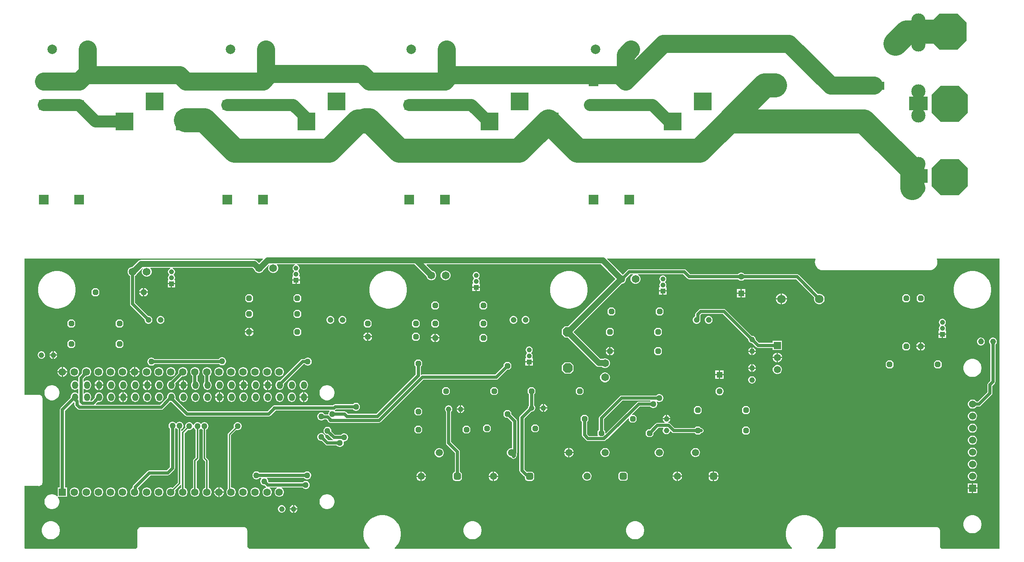
<source format=gbl>
G04*
G04 #@! TF.GenerationSoftware,Altium Limited,Altium Designer,23.9.2 (47)*
G04*
G04 Layer_Physical_Order=2*
G04 Layer_Color=16711680*
%FSLAX44Y44*%
%MOMM*%
G71*
G04*
G04 #@! TF.SameCoordinates,666CD1C4-E099-4A84-9A31-6A8195F5D717*
G04*
G04*
G04 #@! TF.FilePolarity,Positive*
G04*
G01*
G75*
%ADD13C,0.2540*%
%ADD15C,0.6350*%
%ADD18C,1.2700*%
%ADD39O,1.3000X1.6000*%
%ADD43R,1.3000X1.3000*%
%ADD44C,1.3000*%
%ADD54R,4.0000X3.0000*%
%ADD55C,2.5400*%
%ADD56C,5.0800*%
%ADD58C,0.3048*%
%ADD60C,1.8000*%
%ADD61R,1.8000X1.8000*%
G04:AMPARAMS|DCode=62|XSize=1.2192mm|YSize=1.2192mm|CornerRadius=0mm|HoleSize=0mm|Usage=FLASHONLY|Rotation=90.000|XOffset=0mm|YOffset=0mm|HoleType=Round|Shape=Octagon|*
%AMOCTAGOND62*
4,1,8,0.3048,0.6096,-0.3048,0.6096,-0.6096,0.3048,-0.6096,-0.3048,-0.3048,-0.6096,0.3048,-0.6096,0.6096,-0.3048,0.6096,0.3048,0.3048,0.6096,0.0*
%
%ADD62OCTAGOND62*%

%ADD63R,1.0500X1.0500*%
%ADD64C,1.0500*%
G04:AMPARAMS|DCode=65|XSize=7.62mm|YSize=7.62mm|CornerRadius=0mm|HoleSize=0mm|Usage=FLASHONLY|Rotation=0.000|XOffset=0mm|YOffset=0mm|HoleType=Round|Shape=Octagon|*
%AMOCTAGOND65*
4,1,8,3.8100,-1.9050,3.8100,1.9050,1.9050,3.8100,-1.9050,3.8100,-3.8100,1.9050,-3.8100,-1.9050,-1.9050,-3.8100,1.9050,-3.8100,3.8100,-1.9050,0.0*
%
%ADD65OCTAGOND65*%

%ADD66R,3.8100X3.8100*%
%ADD67C,2.0000*%
%ADD68R,2.0000X2.0000*%
G04:AMPARAMS|DCode=69|XSize=2mm|YSize=2mm|CornerRadius=0mm|HoleSize=0mm|Usage=FLASHONLY|Rotation=0.000|XOffset=0mm|YOffset=0mm|HoleType=Round|Shape=Octagon|*
%AMOCTAGOND69*
4,1,8,1.0000,-0.5000,1.0000,0.5000,0.5000,1.0000,-0.5000,1.0000,-1.0000,0.5000,-1.0000,-0.5000,-0.5000,-1.0000,0.5000,-1.0000,1.0000,-0.5000,0.0*
%
%ADD69OCTAGOND69*%

G04:AMPARAMS|DCode=70|XSize=1.2192mm|YSize=1.2192mm|CornerRadius=0mm|HoleSize=0mm|Usage=FLASHONLY|Rotation=0.000|XOffset=0mm|YOffset=0mm|HoleType=Round|Shape=Octagon|*
%AMOCTAGOND70*
4,1,8,0.6096,-0.3048,0.6096,0.3048,0.3048,0.6096,-0.3048,0.6096,-0.6096,0.3048,-0.6096,-0.3048,-0.3048,-0.6096,0.3048,-0.6096,0.6096,-0.3048,0.0*
%
%ADD70OCTAGOND70*%

%ADD71C,1.2192*%
%ADD72C,1.6500*%
%ADD73R,1.5080X1.5080*%
%ADD74C,1.5080*%
%ADD75C,1.1500*%
%ADD76C,1.5000*%
G04:AMPARAMS|DCode=77|XSize=1.5mm|YSize=1.5mm|CornerRadius=0.375mm|HoleSize=0mm|Usage=FLASHONLY|Rotation=0.000|XOffset=0mm|YOffset=0mm|HoleType=Round|Shape=RoundedRectangle|*
%AMROUNDEDRECTD77*
21,1,1.5000,0.7500,0,0,0.0*
21,1,0.7500,1.5000,0,0,0.0*
1,1,0.7500,0.3750,-0.3750*
1,1,0.7500,-0.3750,-0.3750*
1,1,0.7500,-0.3750,0.3750*
1,1,0.7500,0.3750,0.3750*
%
%ADD77ROUNDEDRECTD77*%
%ADD78R,1.5600X1.5600*%
%ADD79C,1.5600*%
%ADD80C,1.5240*%
%ADD81R,1.5240X1.5240*%
%ADD82C,1.9500*%
%ADD83C,3.0000*%
%ADD84C,1.2700*%
%ADD85C,3.8100*%
G36*
X2063750Y24840D02*
X1941305D01*
X1938121Y28024D01*
Y62905D01*
X1937994Y63876D01*
X1937860Y64892D01*
X1937860Y64893D01*
X1937860Y64894D01*
X1937460Y65860D01*
X1937092Y66746D01*
X1937092Y66747D01*
X1937092Y66747D01*
X1936406Y67641D01*
X1935871Y68338D01*
X1935871Y68339D01*
X1935870Y68339D01*
X1935017Y68994D01*
X1934280Y69560D01*
X1934279Y69560D01*
X1934279Y69561D01*
X1933303Y69965D01*
X1932426Y70328D01*
X1932426Y70328D01*
X1932425Y70328D01*
X1931410Y70462D01*
X1930437Y70590D01*
X1727202Y70626D01*
X1727201Y70626D01*
X1727200Y70626D01*
X1726229Y70498D01*
X1725212Y70364D01*
X1725212Y70364D01*
X1725211Y70364D01*
X1724336Y70002D01*
X1723359Y69597D01*
X1723358Y69597D01*
X1723357Y69596D01*
X1722588Y69006D01*
X1721767Y68376D01*
X1721766Y68375D01*
X1721766Y68375D01*
X1720435Y67045D01*
X1719214Y65453D01*
X1718446Y63599D01*
X1718184Y61610D01*
Y27253D01*
X1715771Y24840D01*
X1679083D01*
X1678557Y26110D01*
X1682573Y30127D01*
X1686231Y35161D01*
X1689055Y40705D01*
X1690978Y46623D01*
X1691952Y52769D01*
Y58991D01*
X1690978Y65137D01*
X1689055Y71055D01*
X1686231Y76599D01*
X1682573Y81633D01*
X1678173Y86033D01*
X1673139Y89691D01*
X1667595Y92516D01*
X1661677Y94439D01*
X1655531Y95412D01*
X1649308D01*
X1643163Y94439D01*
X1637245Y92516D01*
X1631700Y89691D01*
X1626666Y86033D01*
X1622267Y81633D01*
X1618609Y76599D01*
X1615784Y71055D01*
X1613861Y65137D01*
X1612888Y58991D01*
Y52769D01*
X1613861Y46623D01*
X1615784Y40705D01*
X1618609Y35161D01*
X1622267Y30127D01*
X1626283Y26110D01*
X1625757Y24840D01*
X788663D01*
X788137Y26110D01*
X792153Y30127D01*
X795811Y35161D01*
X798636Y40705D01*
X800559Y46623D01*
X801532Y52769D01*
Y58991D01*
X800559Y65137D01*
X798636Y71055D01*
X795811Y76599D01*
X792153Y81633D01*
X787753Y86033D01*
X782719Y89691D01*
X777175Y92516D01*
X771257Y94439D01*
X765111Y95412D01*
X758889D01*
X752743Y94439D01*
X746825Y92516D01*
X741281Y89691D01*
X736247Y86033D01*
X731847Y81633D01*
X728189Y76599D01*
X725364Y71055D01*
X723441Y65137D01*
X722468Y58991D01*
Y52769D01*
X723441Y46623D01*
X725364Y40705D01*
X728189Y35161D01*
X731847Y30127D01*
X735863Y26110D01*
X735337Y24840D01*
X481329D01*
X477586Y28583D01*
Y62940D01*
X477324Y64929D01*
X476556Y66783D01*
X475335Y68375D01*
X473743Y69596D01*
X471889Y70364D01*
X469900Y70626D01*
X254000D01*
X252011Y70364D01*
X250157Y69596D01*
X248566Y68375D01*
X248006Y67815D01*
X246784Y66223D01*
X246017Y64369D01*
X245755Y62380D01*
Y28024D01*
X242571Y24840D01*
X8724D01*
X7686Y26110D01*
X7686Y157085D01*
X36352D01*
X38100Y156855D01*
X40089Y157117D01*
X41943Y157885D01*
X43535Y159106D01*
X44756Y160698D01*
X45524Y162551D01*
X45786Y164541D01*
Y342340D01*
X45524Y344329D01*
X44756Y346183D01*
X43535Y347775D01*
X41943Y348996D01*
X40089Y349764D01*
X38100Y350026D01*
X7686D01*
Y637540D01*
X510117D01*
X510603Y636367D01*
X502384Y628148D01*
X498322Y632210D01*
X496571Y633554D01*
X495727Y633904D01*
X494532Y634398D01*
X492344Y634686D01*
X253344D01*
X251156Y634398D01*
X249117Y633554D01*
X247366Y632210D01*
X235038Y619882D01*
X234331D01*
X231716Y619181D01*
X229371Y617828D01*
X227457Y615913D01*
X226103Y613569D01*
X225402Y610954D01*
Y608246D01*
X226103Y605631D01*
X227457Y603287D01*
X229371Y601372D01*
X230375Y600793D01*
Y541556D01*
X230375Y541556D01*
X230779Y539524D01*
X231930Y537802D01*
X261112Y508620D01*
Y506930D01*
X261666Y504863D01*
X262736Y503009D01*
X264249Y501496D01*
X266103Y500426D01*
X268170Y499872D01*
X270310D01*
X272377Y500426D01*
X274231Y501496D01*
X275744Y503009D01*
X276814Y504863D01*
X277368Y506930D01*
Y509070D01*
X276814Y511137D01*
X275744Y512991D01*
X274231Y514504D01*
X272377Y515574D01*
X270310Y516128D01*
X268620D01*
X240993Y543755D01*
Y600793D01*
X241998Y601372D01*
X243912Y603287D01*
X245266Y605631D01*
X245473Y606404D01*
X256488Y617420D01*
X257085Y617338D01*
X257538Y615995D01*
X257457Y615913D01*
X256103Y613569D01*
X255402Y610954D01*
Y608246D01*
X256103Y605631D01*
X257457Y603287D01*
X259371Y601372D01*
X261716Y600019D01*
X264331Y599318D01*
X267038D01*
X269653Y600019D01*
X271998Y601372D01*
X273912Y603287D01*
X275266Y605631D01*
X275966Y608246D01*
Y610954D01*
X275266Y613569D01*
X273912Y615913D01*
X273221Y616604D01*
X273707Y617778D01*
X315213D01*
X315380Y616508D01*
X314925Y616386D01*
X313265Y615427D01*
X311909Y614071D01*
X310950Y612411D01*
X310454Y610559D01*
Y608641D01*
X310950Y606789D01*
X311909Y605129D01*
X312998Y604040D01*
X313158Y603250D01*
X312998Y602460D01*
X311909Y601371D01*
X310950Y599711D01*
X310454Y597859D01*
Y595941D01*
X310950Y594089D01*
X311429Y593260D01*
X310695Y591990D01*
X309946D01*
Y585470D01*
X317736D01*
X325526D01*
Y591990D01*
X324776D01*
X324043Y593260D01*
X324521Y594089D01*
X325018Y595941D01*
Y597859D01*
X324521Y599711D01*
X323563Y601371D01*
X322474Y602460D01*
X322313Y603250D01*
X322474Y604040D01*
X323563Y605129D01*
X324521Y606789D01*
X325018Y608641D01*
Y610559D01*
X324521Y612411D01*
X323563Y614071D01*
X322207Y615427D01*
X320546Y616386D01*
X320092Y616508D01*
X320259Y617778D01*
X488842D01*
X492596Y614024D01*
X492803Y613251D01*
X494157Y610907D01*
X496071Y608992D01*
X498416Y607639D01*
X501031Y606938D01*
X503738D01*
X506353Y607639D01*
X508698Y608992D01*
X510612Y610907D01*
X511965Y613251D01*
X512173Y614024D01*
X523188Y625039D01*
X523785Y624958D01*
X524238Y623615D01*
X524157Y623533D01*
X522803Y621189D01*
X522102Y618574D01*
Y615866D01*
X522803Y613251D01*
X524157Y610907D01*
X526071Y608992D01*
X528416Y607639D01*
X531031Y606938D01*
X533738D01*
X536353Y607639D01*
X538698Y608992D01*
X540612Y610907D01*
X541965Y613251D01*
X542666Y615866D01*
Y618574D01*
X541965Y621189D01*
X540612Y623533D01*
X539921Y624224D01*
X540407Y625398D01*
X578121D01*
X578288Y624128D01*
X577834Y624006D01*
X576173Y623047D01*
X574817Y621691D01*
X573858Y620031D01*
X573362Y618179D01*
Y616261D01*
X573858Y614409D01*
X574817Y612749D01*
X575906Y611660D01*
X576067Y610870D01*
X575906Y610080D01*
X574817Y608991D01*
X573858Y607331D01*
X573362Y605479D01*
Y603561D01*
X573858Y601709D01*
X574337Y600880D01*
X573604Y599610D01*
X572854D01*
Y593090D01*
X580644D01*
X588434D01*
Y599610D01*
X587685D01*
X586951Y600880D01*
X587430Y601709D01*
X587926Y603561D01*
Y605479D01*
X587430Y607331D01*
X586471Y608991D01*
X585382Y610080D01*
X585222Y610870D01*
X585382Y611660D01*
X586471Y612749D01*
X587430Y614409D01*
X587926Y616261D01*
Y618179D01*
X587430Y620031D01*
X586471Y621691D01*
X585116Y623047D01*
X583455Y624006D01*
X583000Y624128D01*
X583167Y625398D01*
X830295D01*
X855504Y600188D01*
X856087Y598011D01*
X857441Y595667D01*
X859355Y593752D01*
X861700Y592399D01*
X864315Y591698D01*
X867022D01*
X869637Y592399D01*
X871982Y593752D01*
X873896Y595667D01*
X875250Y598011D01*
X875951Y600626D01*
Y603334D01*
X875250Y605949D01*
X873896Y608293D01*
X871982Y610208D01*
X869637Y611561D01*
X867460Y612145D01*
X855380Y624224D01*
X855866Y625398D01*
X1223228D01*
X1253965Y594660D01*
X1153837Y494532D01*
X1147144D01*
X1141128Y488516D01*
Y476484D01*
X1147144Y470468D01*
X1153236D01*
X1212395Y411309D01*
X1214146Y409965D01*
X1216185Y409121D01*
X1218373Y408833D01*
X1225086D01*
X1225587Y408332D01*
X1227931Y406979D01*
X1230546Y406278D01*
X1233254D01*
X1235869Y406979D01*
X1238213Y408332D01*
X1240128Y410247D01*
X1241481Y412591D01*
X1242182Y415206D01*
Y417914D01*
X1241481Y420529D01*
X1240128Y422873D01*
X1238213Y424788D01*
X1235869Y426141D01*
X1233254Y426842D01*
X1230546D01*
X1227931Y426141D01*
X1227239Y425741D01*
X1221875D01*
X1165417Y482200D01*
X1267295Y584078D01*
X1267575D01*
X1270190Y584779D01*
X1272535Y586132D01*
X1274449Y588047D01*
X1275803Y590391D01*
X1276504Y593006D01*
Y595418D01*
X1285498Y604413D01*
X1290530D01*
X1290870Y603143D01*
X1289908Y602588D01*
X1287994Y600673D01*
X1286640Y598329D01*
X1285940Y595714D01*
Y593006D01*
X1286640Y590391D01*
X1287994Y588047D01*
X1289908Y586132D01*
X1292253Y584779D01*
X1294868Y584078D01*
X1297575D01*
X1300190Y584779D01*
X1302535Y586132D01*
X1304449Y588047D01*
X1305803Y590391D01*
X1306504Y593006D01*
Y595714D01*
X1305803Y598329D01*
X1304449Y600673D01*
X1302535Y602588D01*
X1301573Y603143D01*
X1301913Y604413D01*
X1396525D01*
X1405532Y595406D01*
X1407254Y594255D01*
X1409286Y593851D01*
X1512163D01*
X1513681Y592333D01*
X1515627Y591209D01*
X1517797Y590628D01*
X1520043D01*
X1522213Y591209D01*
X1524159Y592333D01*
X1525677Y593851D01*
X1634742D01*
X1673267Y555326D01*
X1672829Y553692D01*
Y550788D01*
X1673581Y547982D01*
X1675033Y545466D01*
X1677087Y543412D01*
X1679603Y541960D01*
X1682408Y541208D01*
X1685313D01*
X1688119Y541960D01*
X1690635Y543412D01*
X1692689Y545466D01*
X1694141Y547982D01*
X1694893Y550788D01*
Y553692D01*
X1694141Y556498D01*
X1692689Y559014D01*
X1690635Y561068D01*
X1688119Y562520D01*
X1685313Y563272D01*
X1682408D01*
X1680775Y562834D01*
X1640695Y602914D01*
X1638973Y604065D01*
X1636941Y604469D01*
X1636941Y604469D01*
X1525677D01*
X1524159Y605987D01*
X1522213Y607110D01*
X1520043Y607692D01*
X1517797D01*
X1515627Y607110D01*
X1513681Y605987D01*
X1512163Y604469D01*
X1411485D01*
X1402478Y613476D01*
X1400756Y614627D01*
X1398724Y615031D01*
X1398724Y615031D01*
X1283299D01*
X1283299Y615031D01*
X1281268Y614627D01*
X1279545Y613476D01*
X1279545Y613476D01*
X1270049Y603979D01*
X1268013Y604525D01*
X1236171Y636367D01*
X1236657Y637540D01*
X1674947D01*
X1674957Y637523D01*
X1675528Y636270D01*
X1674614Y633259D01*
X1674286Y629920D01*
X1674614Y626581D01*
X1675588Y623371D01*
X1677170Y620412D01*
X1679298Y617818D01*
X1681892Y615690D01*
X1684851Y614108D01*
X1688061Y613134D01*
X1691400Y612806D01*
X1915400D01*
X1918739Y613134D01*
X1921949Y614108D01*
X1924908Y615690D01*
X1927502Y617818D01*
X1929630Y620412D01*
X1931212Y623371D01*
X1932186Y626581D01*
X1932514Y629920D01*
X1932186Y633259D01*
X1931272Y636270D01*
X1931843Y637523D01*
X1931853Y637540D01*
X2063750D01*
Y24840D01*
D02*
G37*
%LPC*%
G36*
X897022Y612262D02*
X894315D01*
X891700Y611561D01*
X889355Y610208D01*
X887441Y608293D01*
X886087Y605949D01*
X885387Y603334D01*
Y600626D01*
X886087Y598011D01*
X887441Y595667D01*
X889355Y593752D01*
X891700Y592399D01*
X894315Y591698D01*
X897022D01*
X899637Y592399D01*
X901982Y593752D01*
X903896Y595667D01*
X905250Y598011D01*
X905951Y600626D01*
Y603334D01*
X905250Y605949D01*
X903896Y608293D01*
X901982Y610208D01*
X899637Y611561D01*
X897022Y612262D01*
D02*
G37*
G36*
X588434Y590550D02*
X581914D01*
Y584030D01*
X588434D01*
Y590550D01*
D02*
G37*
G36*
X579374D02*
X572854D01*
Y584030D01*
X579374D01*
Y590550D01*
D02*
G37*
G36*
X961079Y609262D02*
X959161D01*
X957309Y608766D01*
X955649Y607807D01*
X954293Y606451D01*
X953334Y604791D01*
X952838Y602939D01*
Y601021D01*
X953334Y599169D01*
X954293Y597509D01*
X955382Y596420D01*
X955543Y595630D01*
X955382Y594840D01*
X954293Y593751D01*
X953334Y592091D01*
X952838Y590239D01*
Y588321D01*
X953334Y586469D01*
X953813Y585640D01*
X953080Y584370D01*
X952330D01*
Y577850D01*
X960120D01*
X967910D01*
Y584370D01*
X967160D01*
X966427Y585640D01*
X966906Y586469D01*
X967402Y588321D01*
Y590239D01*
X966906Y592091D01*
X965947Y593751D01*
X964858Y594840D01*
X964697Y595630D01*
X964858Y596420D01*
X965947Y597509D01*
X966906Y599169D01*
X967402Y601021D01*
Y602939D01*
X966906Y604791D01*
X965947Y606451D01*
X964591Y607807D01*
X962931Y608766D01*
X961079Y609262D01*
D02*
G37*
G36*
X325526Y582930D02*
X319006D01*
Y576410D01*
X325526D01*
Y582930D01*
D02*
G37*
G36*
X316466D02*
X309946D01*
Y576410D01*
X316466D01*
Y582930D01*
D02*
G37*
G36*
X1354779Y601642D02*
X1352861D01*
X1351009Y601146D01*
X1349349Y600187D01*
X1347993Y598831D01*
X1347034Y597171D01*
X1346538Y595319D01*
Y593401D01*
X1347034Y591549D01*
X1347993Y589889D01*
X1349082Y588800D01*
X1349243Y588010D01*
X1349082Y587220D01*
X1347993Y586131D01*
X1347034Y584471D01*
X1346538Y582619D01*
Y580701D01*
X1347034Y578849D01*
X1347513Y578020D01*
X1346780Y576750D01*
X1346030D01*
Y570230D01*
X1353820D01*
X1361610D01*
Y576750D01*
X1360860D01*
X1360127Y578020D01*
X1360606Y578849D01*
X1361102Y580701D01*
Y582619D01*
X1360606Y584471D01*
X1359647Y586131D01*
X1358558Y587220D01*
X1358398Y588010D01*
X1358558Y588800D01*
X1359647Y589889D01*
X1360606Y591549D01*
X1361102Y593401D01*
Y595319D01*
X1360606Y597171D01*
X1359647Y598831D01*
X1358291Y600187D01*
X1356631Y601146D01*
X1354779Y601642D01*
D02*
G37*
G36*
X967910Y575310D02*
X961390D01*
Y568790D01*
X967910D01*
Y575310D01*
D02*
G37*
G36*
X958850D02*
X952330D01*
Y568790D01*
X958850D01*
Y575310D01*
D02*
G37*
G36*
X263398Y575056D02*
X260350D01*
Y567690D01*
X267716D01*
Y570738D01*
X263398Y575056D01*
D02*
G37*
G36*
X257810D02*
X254762D01*
X250444Y570738D01*
Y567690D01*
X257810D01*
Y575056D01*
D02*
G37*
G36*
X1527960Y573200D02*
X1520190D01*
Y565430D01*
X1527960D01*
Y573200D01*
D02*
G37*
G36*
X1517650D02*
X1509880D01*
Y565430D01*
X1517650D01*
Y573200D01*
D02*
G37*
G36*
X1361610Y567690D02*
X1355090D01*
Y561170D01*
X1361610D01*
Y567690D01*
D02*
G37*
G36*
X1352550D02*
X1346030D01*
Y561170D01*
X1352550D01*
Y567690D01*
D02*
G37*
G36*
X161544Y574548D02*
X153416D01*
X149352Y570484D01*
Y562356D01*
X153416Y558292D01*
X161544D01*
X165608Y562356D01*
Y570484D01*
X161544Y574548D01*
D02*
G37*
G36*
X267716Y565150D02*
X260350D01*
Y557784D01*
X263398D01*
X267716Y562102D01*
Y565150D01*
D02*
G37*
G36*
X257810D02*
X250444D01*
Y562102D01*
X254762Y557784D01*
X257810D01*
Y565150D01*
D02*
G37*
G36*
X1527960Y562890D02*
X1520190D01*
Y555120D01*
X1527960D01*
Y562890D01*
D02*
G37*
G36*
X1517650D02*
X1509880D01*
Y555120D01*
X1517650D01*
Y562890D01*
D02*
G37*
G36*
X1605380Y563780D02*
X1605131D01*
Y553510D01*
X1615401D01*
Y553759D01*
X1614614Y556694D01*
X1613095Y559326D01*
X1610947Y561474D01*
X1608315Y562994D01*
X1605380Y563780D01*
D02*
G37*
G36*
X1602591D02*
X1602342D01*
X1599407Y562994D01*
X1596775Y561474D01*
X1594627Y559326D01*
X1593107Y556694D01*
X1592321Y553759D01*
Y553510D01*
X1602591D01*
Y563780D01*
D02*
G37*
G36*
X1901444Y561848D02*
X1893316D01*
X1889252Y557784D01*
Y549656D01*
X1893316Y545592D01*
X1901444D01*
X1905508Y549656D01*
Y557784D01*
X1901444Y561848D01*
D02*
G37*
G36*
X1870964D02*
X1862836D01*
X1858772Y557784D01*
Y549656D01*
X1862836Y545592D01*
X1870964D01*
X1875028Y549656D01*
Y557784D01*
X1870964Y561848D01*
D02*
G37*
G36*
X587248D02*
X579120D01*
X575056Y557784D01*
Y549656D01*
X579120Y545592D01*
X587248D01*
X591312Y549656D01*
Y557784D01*
X587248Y561848D01*
D02*
G37*
G36*
X485648D02*
X477520D01*
X473456Y557784D01*
Y549656D01*
X477520Y545592D01*
X485648D01*
X489712Y549656D01*
Y557784D01*
X485648Y561848D01*
D02*
G37*
G36*
X1615401Y550970D02*
X1605131D01*
Y540700D01*
X1605380D01*
X1608315Y541487D01*
X1610947Y543006D01*
X1613095Y545154D01*
X1614614Y547786D01*
X1615401Y550721D01*
Y550970D01*
D02*
G37*
G36*
X1602591D02*
X1592321D01*
Y550721D01*
X1593107Y547786D01*
X1594627Y545154D01*
X1596775Y543006D01*
X1599407Y541487D01*
X1602342Y540700D01*
X1602591D01*
Y550970D01*
D02*
G37*
G36*
X2009711Y611032D02*
X2003489D01*
X1997343Y610059D01*
X1991425Y608136D01*
X1985881Y605311D01*
X1980847Y601653D01*
X1976447Y597253D01*
X1972789Y592219D01*
X1969964Y586675D01*
X1968041Y580757D01*
X1967068Y574611D01*
Y568389D01*
X1968041Y562243D01*
X1969964Y556325D01*
X1972789Y550781D01*
X1976447Y545747D01*
X1980847Y541347D01*
X1985881Y537689D01*
X1991425Y534864D01*
X1997343Y532941D01*
X2003489Y531968D01*
X2009711D01*
X2015857Y532941D01*
X2021775Y534864D01*
X2027319Y537689D01*
X2032353Y541347D01*
X2036753Y545747D01*
X2040411Y550781D01*
X2043236Y556325D01*
X2045159Y562243D01*
X2046132Y568389D01*
Y574611D01*
X2045159Y580757D01*
X2043236Y586675D01*
X2040411Y592219D01*
X2036753Y597253D01*
X2032353Y601653D01*
X2027319Y605311D01*
X2021775Y608136D01*
X2015857Y610059D01*
X2009711Y611032D01*
D02*
G37*
G36*
X1158811D02*
X1152589D01*
X1146443Y610059D01*
X1140525Y608136D01*
X1134981Y605311D01*
X1129947Y601653D01*
X1125547Y597253D01*
X1121889Y592219D01*
X1119064Y586675D01*
X1117141Y580757D01*
X1116168Y574611D01*
Y568389D01*
X1117141Y562243D01*
X1119064Y556325D01*
X1121889Y550781D01*
X1125547Y545747D01*
X1129947Y541347D01*
X1134981Y537689D01*
X1140525Y534864D01*
X1146443Y532941D01*
X1152589Y531968D01*
X1158811D01*
X1164957Y532941D01*
X1170875Y534864D01*
X1176419Y537689D01*
X1181453Y541347D01*
X1185853Y545747D01*
X1189511Y550781D01*
X1192336Y556325D01*
X1194259Y562243D01*
X1195232Y568389D01*
Y574611D01*
X1194259Y580757D01*
X1192336Y586675D01*
X1189511Y592219D01*
X1185853Y597253D01*
X1181453Y601653D01*
X1176419Y605311D01*
X1170875Y608136D01*
X1164957Y610059D01*
X1158811Y611032D01*
D02*
G37*
G36*
X777811D02*
X771589D01*
X765443Y610059D01*
X759525Y608136D01*
X753981Y605311D01*
X748947Y601653D01*
X744547Y597253D01*
X740889Y592219D01*
X738064Y586675D01*
X736141Y580757D01*
X735168Y574611D01*
Y568389D01*
X736141Y562243D01*
X738064Y556325D01*
X740889Y550781D01*
X744547Y545747D01*
X748947Y541347D01*
X753981Y537689D01*
X759525Y534864D01*
X765443Y532941D01*
X771589Y531968D01*
X777811D01*
X783957Y532941D01*
X789875Y534864D01*
X795419Y537689D01*
X800453Y541347D01*
X804853Y545747D01*
X808511Y550781D01*
X811336Y556325D01*
X813259Y562243D01*
X814232Y568389D01*
Y574611D01*
X813259Y580757D01*
X811336Y586675D01*
X808511Y592219D01*
X804853Y597253D01*
X800453Y601653D01*
X795419Y605311D01*
X789875Y608136D01*
X783957Y610059D01*
X777811Y611032D01*
D02*
G37*
G36*
X79311D02*
X73089D01*
X66943Y610059D01*
X61025Y608136D01*
X55481Y605311D01*
X50447Y601653D01*
X46047Y597253D01*
X42389Y592219D01*
X39564Y586675D01*
X37641Y580757D01*
X36668Y574611D01*
Y568389D01*
X37641Y562243D01*
X39564Y556325D01*
X42389Y550781D01*
X46047Y545747D01*
X50447Y541347D01*
X55481Y537689D01*
X61025Y534864D01*
X66943Y532941D01*
X73089Y531968D01*
X79311D01*
X85457Y532941D01*
X91375Y534864D01*
X96919Y537689D01*
X101953Y541347D01*
X106353Y545747D01*
X110011Y550781D01*
X112836Y556325D01*
X114759Y562243D01*
X115732Y568389D01*
Y574611D01*
X114759Y580757D01*
X112836Y586675D01*
X110011Y592219D01*
X106353Y597253D01*
X101953Y601653D01*
X96919Y605311D01*
X91375Y608136D01*
X85457Y610059D01*
X79311Y611032D01*
D02*
G37*
G36*
X979424Y546608D02*
X971296D01*
X967232Y542544D01*
Y534416D01*
X971296Y530352D01*
X979424D01*
X983488Y534416D01*
Y542544D01*
X979424Y546608D01*
D02*
G37*
G36*
X877824D02*
X869696D01*
X865632Y542544D01*
Y534416D01*
X869696Y530352D01*
X877824D01*
X881888Y534416D01*
Y542544D01*
X877824Y546608D01*
D02*
G37*
G36*
X1351086Y533908D02*
X1342958D01*
X1338894Y529844D01*
Y521716D01*
X1342958Y517652D01*
X1351086D01*
X1355150Y521716D01*
Y529844D01*
X1351086Y533908D01*
D02*
G37*
G36*
X1249486D02*
X1241358D01*
X1237294Y529844D01*
Y521716D01*
X1241358Y517652D01*
X1249486D01*
X1253550Y521716D01*
Y529844D01*
X1249486Y533908D01*
D02*
G37*
G36*
X587248Y528828D02*
X579120D01*
X575056Y524764D01*
Y516636D01*
X579120Y512572D01*
X587248D01*
X591312Y516636D01*
Y524764D01*
X587248Y528828D01*
D02*
G37*
G36*
X485648D02*
X477520D01*
X473456Y524764D01*
Y516636D01*
X477520Y512572D01*
X485648D01*
X489712Y516636D01*
Y524764D01*
X485648Y528828D01*
D02*
G37*
G36*
X1451410Y516128D02*
X1449270D01*
X1447203Y515574D01*
X1445349Y514504D01*
X1443836Y512991D01*
X1442766Y511137D01*
X1442212Y509070D01*
Y506930D01*
X1442766Y504863D01*
X1443836Y503009D01*
X1445349Y501496D01*
X1447203Y500426D01*
X1449270Y499872D01*
X1451410D01*
X1453477Y500426D01*
X1455331Y501496D01*
X1456844Y503009D01*
X1457914Y504863D01*
X1458468Y506930D01*
Y509070D01*
X1457914Y511137D01*
X1456844Y512991D01*
X1455331Y514504D01*
X1453477Y515574D01*
X1451410Y516128D01*
D02*
G37*
G36*
X1065330D02*
X1063190D01*
X1061123Y515574D01*
X1059269Y514504D01*
X1057756Y512991D01*
X1056686Y511137D01*
X1056132Y509070D01*
Y506930D01*
X1056686Y504863D01*
X1057756Y503009D01*
X1059269Y501496D01*
X1061123Y500426D01*
X1063190Y499872D01*
X1065330D01*
X1067397Y500426D01*
X1069251Y501496D01*
X1070764Y503009D01*
X1071834Y504863D01*
X1072388Y506930D01*
Y509070D01*
X1071834Y511137D01*
X1070764Y512991D01*
X1069251Y514504D01*
X1067397Y515574D01*
X1065330Y516128D01*
D02*
G37*
G36*
X1039930D02*
X1037790D01*
X1035723Y515574D01*
X1033869Y514504D01*
X1032356Y512991D01*
X1031286Y511137D01*
X1030732Y509070D01*
Y506930D01*
X1031286Y504863D01*
X1032356Y503009D01*
X1033869Y501496D01*
X1035723Y500426D01*
X1037790Y499872D01*
X1039930D01*
X1041997Y500426D01*
X1043851Y501496D01*
X1045364Y503009D01*
X1046434Y504863D01*
X1046988Y506930D01*
Y509070D01*
X1046434Y511137D01*
X1045364Y512991D01*
X1043851Y514504D01*
X1041997Y515574D01*
X1039930Y516128D01*
D02*
G37*
G36*
X679250D02*
X677110D01*
X675043Y515574D01*
X673189Y514504D01*
X671676Y512991D01*
X670606Y511137D01*
X670052Y509070D01*
Y506930D01*
X670606Y504863D01*
X671676Y503009D01*
X673189Y501496D01*
X675043Y500426D01*
X677110Y499872D01*
X679250D01*
X681317Y500426D01*
X683171Y501496D01*
X684684Y503009D01*
X685754Y504863D01*
X686308Y506930D01*
Y509070D01*
X685754Y511137D01*
X684684Y512991D01*
X683171Y514504D01*
X681317Y515574D01*
X679250Y516128D01*
D02*
G37*
G36*
X653850D02*
X651710D01*
X649643Y515574D01*
X647789Y514504D01*
X646276Y512991D01*
X645206Y511137D01*
X644652Y509070D01*
Y506930D01*
X645206Y504863D01*
X646276Y503009D01*
X647789Y501496D01*
X649643Y500426D01*
X651710Y499872D01*
X653850D01*
X655917Y500426D01*
X657771Y501496D01*
X659284Y503009D01*
X660354Y504863D01*
X660908Y506930D01*
Y509070D01*
X660354Y511137D01*
X659284Y512991D01*
X657771Y514504D01*
X655917Y515574D01*
X653850Y516128D01*
D02*
G37*
G36*
X295710D02*
X293570D01*
X291503Y515574D01*
X289649Y514504D01*
X288136Y512991D01*
X287066Y511137D01*
X286512Y509070D01*
Y506930D01*
X287066Y504863D01*
X288136Y503009D01*
X289649Y501496D01*
X291503Y500426D01*
X293570Y499872D01*
X295710D01*
X297777Y500426D01*
X299631Y501496D01*
X301144Y503009D01*
X302214Y504863D01*
X302768Y506930D01*
Y509070D01*
X302214Y511137D01*
X301144Y512991D01*
X299631Y514504D01*
X297777Y515574D01*
X295710Y516128D01*
D02*
G37*
G36*
X979424Y508508D02*
X971296D01*
X967232Y504444D01*
Y496316D01*
X971296Y492252D01*
X979424D01*
X983488Y496316D01*
Y504444D01*
X979424Y508508D01*
D02*
G37*
G36*
X877824D02*
X869696D01*
X865632Y504444D01*
Y496316D01*
X869696Y492252D01*
X877824D01*
X881888Y496316D01*
Y504444D01*
X877824Y508508D01*
D02*
G37*
G36*
X837184D02*
X829056D01*
X824992Y504444D01*
Y496316D01*
X829056Y492252D01*
X837184D01*
X841248Y496316D01*
Y504444D01*
X837184Y508508D01*
D02*
G37*
G36*
X735584D02*
X727456D01*
X723392Y504444D01*
Y496316D01*
X727456Y492252D01*
X735584D01*
X739648Y496316D01*
Y504444D01*
X735584Y508508D01*
D02*
G37*
G36*
X212344D02*
X204216D01*
X200152Y504444D01*
Y496316D01*
X204216Y492252D01*
X212344D01*
X216408Y496316D01*
Y504444D01*
X212344Y508508D01*
D02*
G37*
G36*
X110744D02*
X102616D01*
X98552Y504444D01*
Y496316D01*
X102616Y492252D01*
X110744D01*
X114808Y496316D01*
Y504444D01*
X110744Y508508D01*
D02*
G37*
G36*
X485902Y491236D02*
X482854D01*
Y483870D01*
X490220D01*
Y486918D01*
X485902Y491236D01*
D02*
G37*
G36*
X480314D02*
X477266D01*
X472948Y486918D01*
Y483870D01*
X480314D01*
Y491236D01*
D02*
G37*
G36*
X1944059Y510202D02*
X1942141D01*
X1940289Y509706D01*
X1938629Y508747D01*
X1937273Y507391D01*
X1936314Y505731D01*
X1935818Y503879D01*
Y501961D01*
X1936314Y500109D01*
X1937273Y498449D01*
X1938362Y497360D01*
X1938522Y496570D01*
X1938362Y495780D01*
X1937273Y494691D01*
X1936314Y493031D01*
X1935818Y491179D01*
Y489261D01*
X1936314Y487409D01*
X1936793Y486580D01*
X1936060Y485310D01*
X1935310D01*
Y478790D01*
X1943100D01*
X1950890D01*
Y485310D01*
X1950140D01*
X1949407Y486580D01*
X1949886Y487409D01*
X1950382Y489261D01*
Y491179D01*
X1949886Y493031D01*
X1948927Y494691D01*
X1947838Y495780D01*
X1947677Y496570D01*
X1947838Y497360D01*
X1948927Y498449D01*
X1949886Y500109D01*
X1950382Y501961D01*
Y503879D01*
X1949886Y505731D01*
X1948927Y507391D01*
X1947571Y508747D01*
X1945911Y509706D01*
X1944059Y510202D01*
D02*
G37*
G36*
X1347911Y490728D02*
X1339783D01*
X1335719Y486664D01*
Y478536D01*
X1339783Y474472D01*
X1347911D01*
X1351975Y478536D01*
Y486664D01*
X1347911Y490728D01*
D02*
G37*
G36*
X1246311D02*
X1238183D01*
X1234119Y486664D01*
Y478536D01*
X1238183Y474472D01*
X1246311D01*
X1250375Y478536D01*
Y486664D01*
X1246311Y490728D01*
D02*
G37*
G36*
X587248D02*
X579120D01*
X575056Y486664D01*
Y478536D01*
X579120Y474472D01*
X587248D01*
X591312Y478536D01*
Y486664D01*
X587248Y490728D01*
D02*
G37*
G36*
X490220Y481330D02*
X482854D01*
Y473964D01*
X485902D01*
X490220Y478282D01*
Y481330D01*
D02*
G37*
G36*
X480314D02*
X472948D01*
Y478282D01*
X477266Y473964D01*
X480314D01*
Y481330D01*
D02*
G37*
G36*
X735838Y481076D02*
X732790D01*
Y473710D01*
X740156D01*
Y476758D01*
X735838Y481076D01*
D02*
G37*
G36*
X730250D02*
X727202D01*
X722884Y476758D01*
Y473710D01*
X730250D01*
Y481076D01*
D02*
G37*
G36*
X878078Y478536D02*
X875030D01*
Y471170D01*
X882396D01*
Y474218D01*
X878078Y478536D01*
D02*
G37*
G36*
X872490D02*
X869442D01*
X865124Y474218D01*
Y471170D01*
X872490D01*
Y478536D01*
D02*
G37*
G36*
X1950890Y476250D02*
X1944370D01*
Y469730D01*
X1950890D01*
Y476250D01*
D02*
G37*
G36*
X1941830D02*
X1935310D01*
Y469730D01*
X1941830D01*
Y476250D01*
D02*
G37*
G36*
X837184Y480568D02*
X829056D01*
X824992Y476504D01*
Y468376D01*
X829056Y464312D01*
X837184D01*
X841248Y468376D01*
Y476504D01*
X837184Y480568D01*
D02*
G37*
G36*
X740156Y471170D02*
X732790D01*
Y463804D01*
X735838D01*
X740156Y468122D01*
Y471170D01*
D02*
G37*
G36*
X730250D02*
X722884D01*
Y468122D01*
X727202Y463804D01*
X730250D01*
Y471170D01*
D02*
G37*
G36*
X979424Y478028D02*
X971296D01*
X967232Y473964D01*
Y465836D01*
X971296Y461772D01*
X979424D01*
X983488Y465836D01*
Y473964D01*
X979424Y478028D01*
D02*
G37*
G36*
X882396Y468630D02*
X875030D01*
Y461264D01*
X878078D01*
X882396Y465582D01*
Y468630D01*
D02*
G37*
G36*
X872490D02*
X865124D01*
Y465582D01*
X869442Y461264D01*
X872490D01*
Y468630D01*
D02*
G37*
G36*
X2024769Y470518D02*
X2024217Y470408D01*
X2023310D01*
X2021243Y469854D01*
X2019389Y468784D01*
X2017876Y467271D01*
X2016806Y465417D01*
X2016252Y463350D01*
Y461210D01*
X2016806Y459143D01*
X2017876Y457289D01*
X2019389Y455776D01*
X2021243Y454706D01*
X2023310Y454152D01*
X2025450D01*
X2027517Y454706D01*
X2029371Y455776D01*
X2030884Y457289D01*
X2031954Y459143D01*
X2032508Y461210D01*
Y463350D01*
X2031954Y465417D01*
X2030884Y467271D01*
X2029371Y468784D01*
X2027517Y469854D01*
X2026969Y470001D01*
X2026801Y470114D01*
X2025822Y470308D01*
X2025450Y470408D01*
X2025321D01*
X2024769Y470518D01*
D02*
G37*
G36*
X1901698Y460756D02*
X1898650D01*
Y453390D01*
X1906016D01*
Y456438D01*
X1901698Y460756D01*
D02*
G37*
G36*
X1896110D02*
X1893062D01*
X1888744Y456438D01*
Y453390D01*
X1896110D01*
Y460756D01*
D02*
G37*
G36*
X212344Y465328D02*
X204216D01*
X200152Y461264D01*
Y453136D01*
X204216Y449072D01*
X212344D01*
X216408Y453136D01*
Y461264D01*
X212344Y465328D01*
D02*
G37*
G36*
X110744D02*
X102616D01*
X98552Y461264D01*
Y453136D01*
X102616Y449072D01*
X110744D01*
X114808Y453136D01*
Y461264D01*
X110744Y465328D01*
D02*
G37*
G36*
X1482600Y531089D02*
X1482600Y531089D01*
X1433432D01*
X1431400Y530685D01*
X1429678Y529534D01*
X1429677Y529534D01*
X1423726Y523582D01*
X1422575Y521860D01*
X1422171Y519828D01*
X1422171Y519828D01*
Y515673D01*
X1421803Y515574D01*
X1419949Y514504D01*
X1418436Y512991D01*
X1417366Y511137D01*
X1416812Y509070D01*
Y506930D01*
X1417366Y504863D01*
X1418436Y503009D01*
X1419949Y501496D01*
X1421803Y500426D01*
X1423870Y499872D01*
X1426010D01*
X1428077Y500426D01*
X1429931Y501496D01*
X1431444Y503009D01*
X1432514Y504863D01*
X1433068Y506930D01*
Y509070D01*
X1432677Y510528D01*
X1432789Y511090D01*
Y517629D01*
X1435631Y520471D01*
X1480401D01*
X1533998Y466874D01*
Y465576D01*
X1534528Y463596D01*
X1535553Y461822D01*
X1537002Y460373D01*
X1538776Y459349D01*
X1540755Y458818D01*
X1542417D01*
X1550889Y450346D01*
X1550889Y450346D01*
X1552611Y449195D01*
X1554643Y448791D01*
X1585548D01*
Y444528D01*
X1604692D01*
Y463672D01*
X1585548D01*
Y459409D01*
X1556842D01*
X1549562Y466689D01*
Y467625D01*
X1549032Y469604D01*
X1548007Y471379D01*
X1546558Y472827D01*
X1544784Y473852D01*
X1542805Y474382D01*
X1541506D01*
X1486354Y529534D01*
X1484632Y530685D01*
X1482600Y531089D01*
D02*
G37*
G36*
X1870964Y460248D02*
X1862836D01*
X1858772Y456184D01*
Y448056D01*
X1862836Y443992D01*
X1870964D01*
X1875028Y448056D01*
Y456184D01*
X1870964Y460248D01*
D02*
G37*
G36*
X1906016Y450850D02*
X1898650D01*
Y443484D01*
X1901698D01*
X1906016Y447802D01*
Y450850D01*
D02*
G37*
G36*
X1896110D02*
X1888744D01*
Y447802D01*
X1893062Y443484D01*
X1896110D01*
Y450850D01*
D02*
G37*
G36*
X1246565Y450596D02*
X1243517D01*
Y443230D01*
X1250883D01*
Y446278D01*
X1246565Y450596D01*
D02*
G37*
G36*
X1240977D02*
X1237929D01*
X1233611Y446278D01*
Y443230D01*
X1240977D01*
Y450596D01*
D02*
G37*
G36*
X1543050Y449842D02*
Y442870D01*
X1550022D01*
X1549505Y444800D01*
X1548414Y446690D01*
X1546870Y448234D01*
X1544980Y449325D01*
X1543050Y449842D01*
D02*
G37*
G36*
X1540510Y449842D02*
X1538580Y449325D01*
X1536690Y448234D01*
X1535146Y446690D01*
X1534055Y444800D01*
X1533538Y442870D01*
X1540510D01*
Y449842D01*
D02*
G37*
G36*
X69850Y442022D02*
Y435050D01*
X76822D01*
X76305Y436980D01*
X75214Y438870D01*
X73670Y440414D01*
X71780Y441505D01*
X69850Y442022D01*
D02*
G37*
G36*
X67310Y442022D02*
X65380Y441505D01*
X63490Y440414D01*
X61946Y438870D01*
X60855Y436980D01*
X60338Y435050D01*
X67310D01*
Y442022D01*
D02*
G37*
G36*
X1347911Y450088D02*
X1339783D01*
X1335719Y446024D01*
Y437896D01*
X1339783Y433832D01*
X1347911D01*
X1351975Y437896D01*
Y446024D01*
X1347911Y450088D01*
D02*
G37*
G36*
X1550022Y440330D02*
X1543050D01*
Y433358D01*
X1544980Y433875D01*
X1546870Y434967D01*
X1548414Y436510D01*
X1549505Y438400D01*
X1550022Y440330D01*
D02*
G37*
G36*
X1540510D02*
X1533538D01*
X1534055Y438400D01*
X1535146Y436510D01*
X1536690Y434967D01*
X1538580Y433875D01*
X1540510Y433358D01*
Y440330D01*
D02*
G37*
G36*
X1250883Y440690D02*
X1243517D01*
Y433324D01*
X1246565D01*
X1250883Y437642D01*
Y440690D01*
D02*
G37*
G36*
X1240977D02*
X1233611D01*
Y437642D01*
X1237929Y433324D01*
X1240977D01*
Y440690D01*
D02*
G37*
G36*
X1596447Y438780D02*
X1596390D01*
Y429971D01*
X1605200D01*
Y430027D01*
X1604513Y432591D01*
X1603186Y434889D01*
X1601309Y436766D01*
X1599011Y438093D01*
X1596447Y438780D01*
D02*
G37*
G36*
X1593850D02*
X1593793D01*
X1591229Y438093D01*
X1588931Y436766D01*
X1587054Y434889D01*
X1585727Y432591D01*
X1585040Y430027D01*
Y429971D01*
X1593850D01*
Y438780D01*
D02*
G37*
G36*
X44605Y441562D02*
X42555D01*
X40576Y441032D01*
X38802Y440007D01*
X37353Y438559D01*
X36328Y436784D01*
X35798Y434805D01*
Y432756D01*
X36328Y430776D01*
X37353Y429002D01*
X38802Y427553D01*
X40576Y426529D01*
X42555Y425998D01*
X44605D01*
X46584Y426529D01*
X48358Y427553D01*
X49807Y429002D01*
X50832Y430776D01*
X51362Y432756D01*
Y434805D01*
X50832Y436784D01*
X49807Y438559D01*
X48358Y440007D01*
X46584Y441032D01*
X44605Y441562D01*
D02*
G37*
G36*
X67310Y432510D02*
X60338D01*
X60855Y430580D01*
X61946Y428690D01*
X63490Y427147D01*
X65380Y426055D01*
X67310Y425538D01*
Y432510D01*
D02*
G37*
G36*
X76822D02*
X69850D01*
Y425538D01*
X71780Y426055D01*
X73670Y427147D01*
X75214Y428690D01*
X76305Y430580D01*
X76822Y432510D01*
D02*
G37*
G36*
X606316Y428391D02*
X604109D01*
X601977Y427820D01*
X600066Y426716D01*
X598667Y425318D01*
X594329D01*
X594329Y425318D01*
X592297Y424914D01*
X590575Y423763D01*
X590575Y423763D01*
X547070Y380258D01*
X546100Y380386D01*
X543873Y380093D01*
X541797Y379233D01*
X540015Y377865D01*
X538647Y376083D01*
X537788Y374008D01*
X537494Y371780D01*
Y368780D01*
X537788Y366553D01*
X538647Y364478D01*
X540015Y362695D01*
X541797Y361328D01*
X543873Y360468D01*
X546100Y360175D01*
X548327Y360468D01*
X550403Y361328D01*
X552185Y362695D01*
X553553Y364478D01*
X554412Y366553D01*
X554706Y368780D01*
Y371780D01*
X554578Y372750D01*
X596528Y414700D01*
X598667D01*
X600066Y413302D01*
X601977Y412198D01*
X604109Y411627D01*
X606316D01*
X608448Y412198D01*
X610359Y413302D01*
X611920Y414862D01*
X613023Y416774D01*
X613594Y418906D01*
Y421113D01*
X613023Y423244D01*
X611920Y425156D01*
X610359Y426716D01*
X608448Y427820D01*
X606316Y428391D01*
D02*
G37*
G36*
X425574Y428797D02*
X423367D01*
X421235Y428226D01*
X419324Y427122D01*
X417763Y425561D01*
X417622Y425318D01*
X281671D01*
X280679Y426311D01*
X278767Y427414D01*
X276635Y427985D01*
X274428D01*
X272297Y427414D01*
X270385Y426311D01*
X268825Y424750D01*
X267721Y422839D01*
X267150Y420707D01*
Y418500D01*
X267721Y416368D01*
X268825Y414457D01*
X270385Y412896D01*
X272297Y411793D01*
X274428Y411221D01*
X276635D01*
X278767Y411793D01*
X280679Y412896D01*
X282239Y414457D01*
X282380Y414700D01*
X418331D01*
X419324Y413708D01*
X421235Y412604D01*
X423367Y412033D01*
X425574D01*
X427706Y412604D01*
X429617Y413708D01*
X431178Y415268D01*
X432281Y417179D01*
X432852Y419311D01*
Y421518D01*
X432281Y423650D01*
X431178Y425561D01*
X429617Y427122D01*
X427706Y428226D01*
X425574Y428797D01*
D02*
G37*
G36*
X1072839Y451782D02*
X1070921D01*
X1069069Y451286D01*
X1067409Y450327D01*
X1066053Y448971D01*
X1065094Y447311D01*
X1064598Y445459D01*
Y443541D01*
X1065094Y441689D01*
X1066053Y440029D01*
X1067142Y438940D01*
X1067302Y438150D01*
X1067142Y437360D01*
X1066053Y436271D01*
X1065094Y434611D01*
X1064598Y432759D01*
Y430841D01*
X1065094Y428989D01*
X1065573Y428160D01*
X1064840Y426890D01*
X1064090D01*
Y420370D01*
X1071880D01*
X1079670D01*
Y426890D01*
X1078920D01*
X1078187Y428160D01*
X1078666Y428989D01*
X1079162Y430841D01*
Y432759D01*
X1078666Y434611D01*
X1077707Y436271D01*
X1076618Y437360D01*
X1076458Y438150D01*
X1076618Y438940D01*
X1077707Y440029D01*
X1078666Y441689D01*
X1079162Y443541D01*
Y445459D01*
X1078666Y447311D01*
X1077707Y448971D01*
X1076351Y450327D01*
X1074691Y451286D01*
X1072839Y451782D01*
D02*
G37*
G36*
X1605200Y427430D02*
X1596390D01*
Y418620D01*
X1596447D01*
X1599011Y419307D01*
X1601309Y420634D01*
X1603186Y422511D01*
X1604513Y424809D01*
X1605200Y427373D01*
Y427430D01*
D02*
G37*
G36*
X1593850D02*
X1585040D01*
Y427373D01*
X1585727Y424809D01*
X1587054Y422511D01*
X1588931Y420634D01*
X1591229Y419307D01*
X1593793Y418620D01*
X1593850D01*
Y427430D01*
D02*
G37*
G36*
X1079670Y417830D02*
X1073150D01*
Y411310D01*
X1079670D01*
Y417830D01*
D02*
G37*
G36*
X1070610D02*
X1064090D01*
Y411310D01*
X1070610D01*
Y417830D01*
D02*
G37*
G36*
X1543050Y414442D02*
Y407470D01*
X1550022D01*
X1549505Y409400D01*
X1548414Y411290D01*
X1546870Y412834D01*
X1544980Y413925D01*
X1543050Y414442D01*
D02*
G37*
G36*
X1540510Y414442D02*
X1538580Y413925D01*
X1536690Y412834D01*
X1535146Y411290D01*
X1534055Y409400D01*
X1533538Y407470D01*
X1540510D01*
Y414442D01*
D02*
G37*
G36*
X1937599Y422148D02*
X1929471D01*
X1925407Y418084D01*
Y409956D01*
X1929471Y405892D01*
X1937599D01*
X1941663Y409956D01*
Y418084D01*
X1937599Y422148D01*
D02*
G37*
G36*
X1835999D02*
X1827871D01*
X1823807Y418084D01*
Y409956D01*
X1827871Y405892D01*
X1835999D01*
X1840063Y409956D01*
Y418084D01*
X1835999Y422148D01*
D02*
G37*
G36*
X241646Y408560D02*
X241554D01*
Y399490D01*
X250624D01*
Y399581D01*
X249920Y402211D01*
X248558Y404569D01*
X246633Y406494D01*
X244275Y407856D01*
X241646Y408560D01*
D02*
G37*
G36*
X89246D02*
X89154D01*
Y399490D01*
X98224D01*
Y399581D01*
X97520Y402211D01*
X96158Y404569D01*
X94233Y406494D01*
X91875Y407856D01*
X89246Y408560D01*
D02*
G37*
G36*
X239014D02*
X238923D01*
X236293Y407856D01*
X233935Y406494D01*
X232010Y404569D01*
X230649Y402211D01*
X229944Y399581D01*
Y399490D01*
X239014D01*
Y408560D01*
D02*
G37*
G36*
X86614D02*
X86523D01*
X83893Y407856D01*
X81535Y406494D01*
X79610Y404569D01*
X78249Y402211D01*
X77544Y399581D01*
Y399490D01*
X86614D01*
Y408560D01*
D02*
G37*
G36*
X1550022Y404930D02*
X1543050D01*
Y397958D01*
X1544980Y398475D01*
X1546870Y399566D01*
X1548414Y401110D01*
X1549505Y403000D01*
X1550022Y404930D01*
D02*
G37*
G36*
X1540510D02*
X1533538D01*
X1534055Y403000D01*
X1535146Y401110D01*
X1536690Y399566D01*
X1538580Y398475D01*
X1540510Y397958D01*
Y404930D01*
D02*
G37*
G36*
X1159176Y418532D02*
X1147144D01*
X1141128Y412516D01*
Y400484D01*
X1147144Y394468D01*
X1159176D01*
X1165192Y400484D01*
Y412516D01*
X1159176Y418532D01*
D02*
G37*
G36*
X1596380Y412872D02*
X1593860D01*
X1591425Y412220D01*
X1589243Y410960D01*
X1587460Y409178D01*
X1586200Y406995D01*
X1585548Y404560D01*
Y402040D01*
X1586200Y399606D01*
X1587460Y397423D01*
X1589243Y395641D01*
X1591425Y394381D01*
X1593860Y393728D01*
X1596380D01*
X1598815Y394381D01*
X1600997Y395641D01*
X1602780Y397423D01*
X1604040Y399606D01*
X1604692Y402040D01*
Y404560D01*
X1604040Y406995D01*
X1602780Y409178D01*
X1600997Y410960D01*
X1598815Y412220D01*
X1596380Y412872D01*
D02*
G37*
G36*
X1482240Y401190D02*
X1474470D01*
Y393420D01*
X1482240D01*
Y401190D01*
D02*
G37*
G36*
X1471930D02*
X1464160D01*
Y393420D01*
X1471930D01*
Y401190D01*
D02*
G37*
G36*
X546379Y408052D02*
X543790D01*
X541289Y407382D01*
X539047Y406088D01*
X537217Y404257D01*
X535922Y402015D01*
X535252Y399515D01*
Y396926D01*
X535922Y394425D01*
X537217Y392183D01*
X539047Y390353D01*
X541289Y389058D01*
X543790Y388388D01*
X546379D01*
X548879Y389058D01*
X551121Y390353D01*
X552952Y392183D01*
X554246Y394425D01*
X554916Y396926D01*
Y399515D01*
X554246Y402015D01*
X552952Y404257D01*
X551121Y406088D01*
X548879Y407382D01*
X546379Y408052D01*
D02*
G37*
G36*
X520979D02*
X518390D01*
X515889Y407382D01*
X513647Y406088D01*
X511817Y404257D01*
X510522Y402015D01*
X509852Y399515D01*
Y396926D01*
X510522Y394425D01*
X511817Y392183D01*
X513647Y390353D01*
X515889Y389058D01*
X518390Y388388D01*
X520979D01*
X523479Y389058D01*
X525721Y390353D01*
X527552Y392183D01*
X528846Y394425D01*
X529516Y396926D01*
Y399515D01*
X528846Y402015D01*
X527552Y404257D01*
X525721Y406088D01*
X523479Y407382D01*
X520979Y408052D01*
D02*
G37*
G36*
X495579D02*
X492990D01*
X490489Y407382D01*
X488247Y406088D01*
X486417Y404257D01*
X485122Y402015D01*
X484452Y399515D01*
Y396926D01*
X485122Y394425D01*
X486417Y392183D01*
X488247Y390353D01*
X490489Y389058D01*
X492990Y388388D01*
X495579D01*
X498079Y389058D01*
X500321Y390353D01*
X502152Y392183D01*
X503446Y394425D01*
X504116Y396926D01*
Y399515D01*
X503446Y402015D01*
X502152Y404257D01*
X500321Y406088D01*
X498079Y407382D01*
X495579Y408052D01*
D02*
G37*
G36*
X470179D02*
X467590D01*
X465089Y407382D01*
X462847Y406088D01*
X461017Y404257D01*
X459722Y402015D01*
X459052Y399515D01*
Y396926D01*
X459722Y394425D01*
X461017Y392183D01*
X462847Y390353D01*
X465089Y389058D01*
X467590Y388388D01*
X470179D01*
X472679Y389058D01*
X474921Y390353D01*
X476752Y392183D01*
X478046Y394425D01*
X478716Y396926D01*
Y399515D01*
X478046Y402015D01*
X476752Y404257D01*
X474921Y406088D01*
X472679Y407382D01*
X470179Y408052D01*
D02*
G37*
G36*
X444779D02*
X442190D01*
X439689Y407382D01*
X437447Y406088D01*
X435617Y404257D01*
X434322Y402015D01*
X433652Y399515D01*
Y396926D01*
X434322Y394425D01*
X435617Y392183D01*
X437447Y390353D01*
X439689Y389058D01*
X442190Y388388D01*
X444779D01*
X447279Y389058D01*
X449521Y390353D01*
X451352Y392183D01*
X452646Y394425D01*
X453316Y396926D01*
Y399515D01*
X452646Y402015D01*
X451352Y404257D01*
X449521Y406088D01*
X447279Y407382D01*
X444779Y408052D01*
D02*
G37*
G36*
X419379D02*
X416790D01*
X414289Y407382D01*
X412047Y406088D01*
X410217Y404257D01*
X408922Y402015D01*
X408252Y399515D01*
Y396926D01*
X408922Y394425D01*
X410217Y392183D01*
X412047Y390353D01*
X414289Y389058D01*
X416790Y388388D01*
X419379D01*
X421879Y389058D01*
X424121Y390353D01*
X425952Y392183D01*
X427246Y394425D01*
X427916Y396926D01*
Y399515D01*
X427246Y402015D01*
X425952Y404257D01*
X424121Y406088D01*
X421879Y407382D01*
X419379Y408052D01*
D02*
G37*
G36*
X343179D02*
X340590D01*
X338089Y407382D01*
X335847Y406088D01*
X334017Y404257D01*
X332722Y402015D01*
X332052Y399515D01*
Y396926D01*
X332380Y395704D01*
X316995Y380320D01*
X315273Y380093D01*
X313197Y379233D01*
X311415Y377865D01*
X310047Y376083D01*
X309188Y374008D01*
X308894Y371780D01*
Y368780D01*
X309188Y366553D01*
X310047Y364478D01*
X311415Y362695D01*
X313197Y361328D01*
X315273Y360468D01*
X317500Y360175D01*
X319727Y360468D01*
X321803Y361328D01*
X323585Y362695D01*
X324953Y364478D01*
X325812Y366553D01*
X326106Y368780D01*
Y371780D01*
X325812Y374008D01*
X325779Y374087D01*
X340188Y388496D01*
X340590Y388388D01*
X343179D01*
X345679Y389058D01*
X347921Y390353D01*
X349752Y392183D01*
X351046Y394425D01*
X351716Y396926D01*
Y399515D01*
X351046Y402015D01*
X349752Y404257D01*
X347921Y406088D01*
X345679Y407382D01*
X343179Y408052D01*
D02*
G37*
G36*
X317779D02*
X315190D01*
X312689Y407382D01*
X310447Y406088D01*
X308617Y404257D01*
X307322Y402015D01*
X306652Y399515D01*
Y396926D01*
X307322Y394425D01*
X308617Y392183D01*
X310447Y390353D01*
X312689Y389058D01*
X315190Y388388D01*
X317779D01*
X320279Y389058D01*
X322521Y390353D01*
X324352Y392183D01*
X325646Y394425D01*
X326316Y396926D01*
Y399515D01*
X325646Y402015D01*
X324352Y404257D01*
X322521Y406088D01*
X320279Y407382D01*
X317779Y408052D01*
D02*
G37*
G36*
X292379D02*
X289790D01*
X287289Y407382D01*
X285047Y406088D01*
X283217Y404257D01*
X281922Y402015D01*
X281252Y399515D01*
Y396926D01*
X281922Y394425D01*
X283217Y392183D01*
X285047Y390353D01*
X287289Y389058D01*
X289790Y388388D01*
X292379D01*
X294879Y389058D01*
X297121Y390353D01*
X298952Y392183D01*
X300246Y394425D01*
X300916Y396926D01*
Y399515D01*
X300246Y402015D01*
X298952Y404257D01*
X297121Y406088D01*
X294879Y407382D01*
X292379Y408052D01*
D02*
G37*
G36*
X266979D02*
X264390D01*
X261889Y407382D01*
X259647Y406088D01*
X257817Y404257D01*
X256522Y402015D01*
X255852Y399515D01*
Y396926D01*
X256522Y394425D01*
X257817Y392183D01*
X259647Y390353D01*
X261889Y389058D01*
X264390Y388388D01*
X266979D01*
X269479Y389058D01*
X271721Y390353D01*
X273552Y392183D01*
X274846Y394425D01*
X275516Y396926D01*
Y399515D01*
X274846Y402015D01*
X273552Y404257D01*
X271721Y406088D01*
X269479Y407382D01*
X266979Y408052D01*
D02*
G37*
G36*
X216179D02*
X213590D01*
X211089Y407382D01*
X208847Y406088D01*
X207017Y404257D01*
X205722Y402015D01*
X205052Y399515D01*
Y396926D01*
X205722Y394425D01*
X207017Y392183D01*
X208847Y390353D01*
X211089Y389058D01*
X213590Y388388D01*
X216179D01*
X218679Y389058D01*
X220921Y390353D01*
X222752Y392183D01*
X224046Y394425D01*
X224716Y396926D01*
Y399515D01*
X224046Y402015D01*
X222752Y404257D01*
X220921Y406088D01*
X218679Y407382D01*
X216179Y408052D01*
D02*
G37*
G36*
X190779D02*
X188190D01*
X185689Y407382D01*
X183447Y406088D01*
X181617Y404257D01*
X180322Y402015D01*
X179652Y399515D01*
Y396926D01*
X180322Y394425D01*
X181617Y392183D01*
X183447Y390353D01*
X185689Y389058D01*
X188190Y388388D01*
X190779D01*
X193279Y389058D01*
X195521Y390353D01*
X197352Y392183D01*
X198646Y394425D01*
X199316Y396926D01*
Y399515D01*
X198646Y402015D01*
X197352Y404257D01*
X195521Y406088D01*
X193279Y407382D01*
X190779Y408052D01*
D02*
G37*
G36*
X165379D02*
X162790D01*
X160289Y407382D01*
X158047Y406088D01*
X156217Y404257D01*
X154922Y402015D01*
X154252Y399515D01*
Y396926D01*
X154922Y394425D01*
X156217Y392183D01*
X158047Y390353D01*
X160289Y389058D01*
X162790Y388388D01*
X165379D01*
X167879Y389058D01*
X170121Y390353D01*
X171952Y392183D01*
X173246Y394425D01*
X173916Y396926D01*
Y399515D01*
X173246Y402015D01*
X171952Y404257D01*
X170121Y406088D01*
X167879Y407382D01*
X165379Y408052D01*
D02*
G37*
G36*
X842264Y424128D02*
X834136D01*
X830072Y420064D01*
Y411936D01*
X832891Y409117D01*
Y392799D01*
X749641Y309549D01*
X690045D01*
X686520Y313074D01*
X684798Y314225D01*
X682766Y314629D01*
X682766Y314629D01*
X663389D01*
X662251Y315767D01*
X662460Y317103D01*
X662520Y317115D01*
X664242Y318266D01*
X665227Y319251D01*
X700355D01*
X701754Y317853D01*
X703665Y316749D01*
X705797Y316178D01*
X708004D01*
X710136Y316749D01*
X712047Y317853D01*
X713607Y319414D01*
X714711Y321325D01*
X715282Y323457D01*
Y325664D01*
X714711Y327796D01*
X713607Y329707D01*
X712047Y331268D01*
X710136Y332371D01*
X708004Y332942D01*
X705797D01*
X703665Y332371D01*
X701754Y331268D01*
X700355Y329869D01*
X663028D01*
X660997Y329465D01*
X659274Y328314D01*
X659274Y328314D01*
X658289Y327329D01*
X534784D01*
X532753Y326925D01*
X531030Y325774D01*
X529879Y324052D01*
X529840Y323855D01*
X520614Y314629D01*
X352743D01*
X325860Y341513D01*
X326106Y343380D01*
Y346380D01*
X325812Y348608D01*
X324953Y350683D01*
X323585Y352465D01*
X321803Y353833D01*
X319727Y354693D01*
X317500Y354986D01*
X315273Y354693D01*
X313197Y353833D01*
X311415Y352465D01*
X310047Y350683D01*
X309188Y348608D01*
X308894Y346380D01*
Y343380D01*
X308904Y343308D01*
X294196Y328600D01*
X158472D01*
X157986Y329774D01*
X163232Y335020D01*
X165100Y334775D01*
X167327Y335068D01*
X169403Y335928D01*
X171185Y337295D01*
X172553Y339077D01*
X173412Y341153D01*
X173706Y343380D01*
Y346380D01*
X173412Y348608D01*
X172553Y350683D01*
X171185Y352465D01*
X169403Y353833D01*
X167327Y354693D01*
X165100Y354986D01*
X162873Y354693D01*
X160797Y353833D01*
X159015Y352465D01*
X157647Y350683D01*
X156788Y348608D01*
X156494Y346380D01*
Y343380D01*
X156504Y343308D01*
X150178Y336982D01*
X147146D01*
X146519Y338252D01*
X147153Y339077D01*
X148012Y341153D01*
X148306Y343380D01*
Y346380D01*
X148012Y348608D01*
X147153Y350683D01*
X145785Y352465D01*
X144003Y353833D01*
X141927Y354693D01*
X139700Y354986D01*
X137473Y354693D01*
X135397Y353833D01*
X133615Y352465D01*
X133485Y352296D01*
X132215Y352728D01*
Y362433D01*
X133485Y362864D01*
X133615Y362695D01*
X135397Y361328D01*
X137473Y360468D01*
X139700Y360175D01*
X141927Y360468D01*
X144003Y361328D01*
X145785Y362695D01*
X147153Y364478D01*
X148012Y366553D01*
X148306Y368780D01*
Y371780D01*
X148012Y374008D01*
X147153Y376083D01*
X145785Y377865D01*
X144003Y379233D01*
X141927Y380093D01*
X139700Y380386D01*
X137473Y380093D01*
X135397Y379233D01*
X133615Y377865D01*
X133485Y377696D01*
X132215Y378128D01*
Y383298D01*
X137323Y388406D01*
X137390Y388388D01*
X139979D01*
X142479Y389058D01*
X144721Y390353D01*
X146552Y392183D01*
X147846Y394425D01*
X148516Y396926D01*
Y399515D01*
X147846Y402015D01*
X146552Y404257D01*
X144721Y406088D01*
X142479Y407382D01*
X139979Y408052D01*
X137390D01*
X134889Y407382D01*
X132647Y406088D01*
X130817Y404257D01*
X129522Y402015D01*
X128852Y399515D01*
Y396926D01*
X129270Y395368D01*
X123152Y389251D01*
X122001Y387529D01*
X121597Y385497D01*
X121597Y385497D01*
Y378261D01*
X120771Y377980D01*
X120327Y377910D01*
X118603Y379233D01*
X116527Y380093D01*
X114300Y380386D01*
X112073Y380093D01*
X109997Y379233D01*
X108215Y377865D01*
X106847Y376083D01*
X105988Y374008D01*
X105694Y371780D01*
Y368780D01*
X105988Y366553D01*
X106847Y364478D01*
X108215Y362695D01*
X109997Y361328D01*
X112073Y360468D01*
X114300Y360175D01*
X116527Y360468D01*
X118603Y361328D01*
X120327Y362651D01*
X120771Y362580D01*
X121597Y362299D01*
Y352861D01*
X120771Y352580D01*
X120327Y352510D01*
X118603Y353833D01*
X116527Y354693D01*
X114300Y354986D01*
X112073Y354693D01*
X109997Y353833D01*
X108215Y352465D01*
X106847Y350683D01*
X105988Y348608D01*
X105694Y346380D01*
Y343380D01*
X105704Y343308D01*
X84130Y321734D01*
X82979Y320012D01*
X82575Y317980D01*
X82575Y317980D01*
Y154052D01*
X78052D01*
Y135743D01*
X76782Y135217D01*
X75760Y136239D01*
X73176Y137966D01*
X70303Y139156D01*
X67254Y139762D01*
X64146D01*
X61097Y139156D01*
X58224Y137966D01*
X55640Y136239D01*
X53441Y134041D01*
X51714Y131456D01*
X50525Y128584D01*
X49918Y125535D01*
Y122426D01*
X50525Y119377D01*
X51714Y116505D01*
X53441Y113920D01*
X55640Y111722D01*
X58224Y109994D01*
X61097Y108805D01*
X64146Y108198D01*
X67254D01*
X70303Y108805D01*
X73176Y109994D01*
X75760Y111722D01*
X77959Y113920D01*
X79686Y116505D01*
X80876Y119377D01*
X81482Y122426D01*
Y125535D01*
X80876Y128584D01*
X79686Y131456D01*
X78575Y133118D01*
X79254Y134388D01*
X97716D01*
Y154052D01*
X93193D01*
Y315781D01*
X112222Y334810D01*
X113215Y334007D01*
Y328708D01*
X113215Y328708D01*
X113619Y326677D01*
X114770Y324954D01*
X120187Y319537D01*
X120187Y319537D01*
X121910Y318386D01*
X123941Y317982D01*
X123941Y317982D01*
X296395D01*
X296395Y317982D01*
X298427Y318386D01*
X300149Y319537D01*
X315633Y335020D01*
X317500Y334775D01*
X317572Y334784D01*
X346790Y305566D01*
X346790Y305566D01*
X348513Y304415D01*
X350544Y304011D01*
X350544Y304011D01*
X522813D01*
X522813Y304011D01*
X524845Y304415D01*
X526567Y305566D01*
X537712Y316711D01*
X650585D01*
X651111Y315441D01*
X650137Y314467D01*
X649034Y312556D01*
X648462Y310424D01*
Y309298D01*
X647192Y308255D01*
X646795Y308334D01*
X646795Y308334D01*
X641234D01*
X640626Y309387D01*
X639065Y310947D01*
X637154Y312051D01*
X635022Y312622D01*
X632815D01*
X630683Y312051D01*
X628772Y310947D01*
X627211Y309387D01*
X626108Y307476D01*
X625537Y305344D01*
Y303137D01*
X626108Y301005D01*
X627211Y299094D01*
X628772Y297533D01*
X630683Y296430D01*
X632815Y295858D01*
X635022D01*
X637154Y296430D01*
X639065Y297533D01*
X639249Y297716D01*
X644596D01*
X647010Y295302D01*
X647152Y294589D01*
X648303Y292866D01*
X649065Y292104D01*
X649065Y292104D01*
X650788Y290953D01*
X652819Y290549D01*
X755312D01*
X755312Y290549D01*
X757344Y290953D01*
X759066Y292104D01*
X848781Y381819D01*
X1002368D01*
X1002368Y381819D01*
X1004400Y382223D01*
X1006122Y383374D01*
X1025540Y402792D01*
X1030224D01*
X1034288Y406856D01*
Y414984D01*
X1030224Y419048D01*
X1022096D01*
X1018032Y414984D01*
Y410300D01*
X1000169Y392437D01*
X846582D01*
X846582Y392437D01*
X844779Y392079D01*
X843509Y392749D01*
Y409117D01*
X846328Y411936D01*
Y420064D01*
X842264Y424128D01*
D02*
G37*
G36*
X114579Y408052D02*
X111990D01*
X109489Y407382D01*
X107247Y406088D01*
X105417Y404257D01*
X104122Y402015D01*
X103452Y399515D01*
Y396926D01*
X104122Y394425D01*
X105417Y392183D01*
X107247Y390353D01*
X109489Y389058D01*
X111990Y388388D01*
X114579D01*
X117079Y389058D01*
X119321Y390353D01*
X121152Y392183D01*
X122446Y394425D01*
X123116Y396926D01*
Y399515D01*
X122446Y402015D01*
X121152Y404257D01*
X119321Y406088D01*
X117079Y407382D01*
X114579Y408052D01*
D02*
G37*
G36*
X250624Y396950D02*
X241554D01*
Y387880D01*
X241646D01*
X244275Y388585D01*
X246633Y389946D01*
X248558Y391871D01*
X249920Y394229D01*
X250624Y396859D01*
Y396950D01*
D02*
G37*
G36*
X239014D02*
X229944D01*
Y396859D01*
X230649Y394229D01*
X232010Y391871D01*
X233935Y389946D01*
X236293Y388585D01*
X238923Y387880D01*
X239014D01*
Y396950D01*
D02*
G37*
G36*
X98224D02*
X89154D01*
Y387880D01*
X89246D01*
X91875Y388585D01*
X94233Y389946D01*
X96158Y391871D01*
X97520Y394229D01*
X98224Y396859D01*
Y396950D01*
D02*
G37*
G36*
X86614D02*
X77544D01*
Y396859D01*
X78249Y394229D01*
X79610Y391871D01*
X81535Y389946D01*
X83893Y388585D01*
X86523Y387880D01*
X86614D01*
Y396950D01*
D02*
G37*
G36*
X2008474Y425432D02*
X2004725D01*
X2001049Y424701D01*
X1997585Y423266D01*
X1994468Y421183D01*
X1991817Y418532D01*
X1989734Y415415D01*
X1988299Y411952D01*
X1987568Y408275D01*
Y404526D01*
X1988299Y400849D01*
X1989734Y397385D01*
X1991817Y394268D01*
X1994468Y391617D01*
X1997585Y389534D01*
X2001049Y388100D01*
X2004725Y387368D01*
X2008474D01*
X2012151Y388100D01*
X2015615Y389534D01*
X2018732Y391617D01*
X2021383Y394268D01*
X2023466Y397385D01*
X2024901Y400849D01*
X2025632Y404526D01*
Y408275D01*
X2024901Y411952D01*
X2023466Y415415D01*
X2021383Y418532D01*
X2018732Y421183D01*
X2015615Y423266D01*
X2012151Y424701D01*
X2008474Y425432D01*
D02*
G37*
G36*
X1482240Y390880D02*
X1474470D01*
Y383110D01*
X1482240D01*
Y390880D01*
D02*
G37*
G36*
X1471930D02*
X1464160D01*
Y383110D01*
X1471930D01*
Y390880D01*
D02*
G37*
G36*
X1233254Y396842D02*
X1230546D01*
X1227931Y396141D01*
X1225587Y394788D01*
X1223672Y392873D01*
X1222319Y390529D01*
X1221618Y387914D01*
Y385206D01*
X1222319Y382591D01*
X1223672Y380247D01*
X1225587Y378332D01*
X1227931Y376979D01*
X1230546Y376278D01*
X1233254D01*
X1235869Y376979D01*
X1238213Y378332D01*
X1240128Y380247D01*
X1241481Y382591D01*
X1242182Y385206D01*
Y387914D01*
X1241481Y390529D01*
X1240128Y392873D01*
X1238213Y394788D01*
X1235869Y396141D01*
X1233254Y396842D01*
D02*
G37*
G36*
X1542805Y388982D02*
X1540755D01*
X1538776Y388452D01*
X1537002Y387427D01*
X1535553Y385978D01*
X1534528Y384204D01*
X1533998Y382225D01*
Y380176D01*
X1534528Y378196D01*
X1535553Y376422D01*
X1537002Y374973D01*
X1538776Y373948D01*
X1540755Y373418D01*
X1542805D01*
X1544784Y373948D01*
X1546558Y374973D01*
X1548007Y376422D01*
X1549032Y378196D01*
X1549562Y380176D01*
Y382225D01*
X1549032Y384204D01*
X1548007Y385978D01*
X1546558Y387427D01*
X1544784Y388452D01*
X1542805Y388982D01*
D02*
G37*
G36*
X521970Y380731D02*
Y371550D01*
X529818D01*
Y371780D01*
X529507Y374140D01*
X528596Y376339D01*
X527147Y378228D01*
X525259Y379677D01*
X523060Y380588D01*
X521970Y380731D01*
D02*
G37*
G36*
X519430D02*
X518340Y380588D01*
X516141Y379677D01*
X514253Y378228D01*
X512804Y376339D01*
X511893Y374140D01*
X511582Y371780D01*
Y371550D01*
X519430D01*
Y380731D01*
D02*
G37*
G36*
X471170D02*
Y371550D01*
X479018D01*
Y371780D01*
X478707Y374140D01*
X477796Y376339D01*
X476347Y378228D01*
X474459Y379677D01*
X472260Y380588D01*
X471170Y380731D01*
D02*
G37*
G36*
X468630D02*
X467540Y380588D01*
X465341Y379677D01*
X463453Y378228D01*
X462004Y376339D01*
X461093Y374140D01*
X460782Y371780D01*
Y371550D01*
X468630D01*
Y380731D01*
D02*
G37*
G36*
X344170D02*
Y371550D01*
X352018D01*
Y371780D01*
X351707Y374140D01*
X350796Y376339D01*
X349347Y378228D01*
X347459Y379677D01*
X345260Y380588D01*
X344170Y380731D01*
D02*
G37*
G36*
X341630D02*
X340540Y380588D01*
X338341Y379677D01*
X336453Y378228D01*
X335004Y376339D01*
X334093Y374140D01*
X333782Y371780D01*
Y371550D01*
X341630D01*
Y380731D01*
D02*
G37*
G36*
X267970D02*
Y371550D01*
X275818D01*
Y371780D01*
X275507Y374140D01*
X274596Y376339D01*
X273147Y378228D01*
X271259Y379677D01*
X269060Y380588D01*
X267970Y380731D01*
D02*
G37*
G36*
X265430D02*
X264340Y380588D01*
X262141Y379677D01*
X260253Y378228D01*
X258804Y376339D01*
X257893Y374140D01*
X257582Y371780D01*
Y371550D01*
X265430D01*
Y380731D01*
D02*
G37*
G36*
X166370D02*
Y371550D01*
X174218D01*
Y371780D01*
X173907Y374140D01*
X172996Y376339D01*
X171547Y378228D01*
X169659Y379677D01*
X167460Y380588D01*
X166370Y380731D01*
D02*
G37*
G36*
X163830D02*
X162740Y380588D01*
X160541Y379677D01*
X158653Y378228D01*
X157204Y376339D01*
X156293Y374140D01*
X155982Y371780D01*
Y371550D01*
X163830D01*
Y380731D01*
D02*
G37*
G36*
X596900Y380386D02*
X594673Y380093D01*
X592597Y379233D01*
X590815Y377865D01*
X589447Y376083D01*
X588588Y374008D01*
X588294Y371780D01*
Y368780D01*
X588588Y366553D01*
X589447Y364478D01*
X590815Y362695D01*
X592597Y361328D01*
X594673Y360468D01*
X596900Y360175D01*
X599127Y360468D01*
X601203Y361328D01*
X602985Y362695D01*
X604353Y364478D01*
X605212Y366553D01*
X605506Y368780D01*
Y371780D01*
X605212Y374008D01*
X604353Y376083D01*
X602985Y377865D01*
X601203Y379233D01*
X599127Y380093D01*
X596900Y380386D01*
D02*
G37*
G36*
X571500D02*
X569273Y380093D01*
X567197Y379233D01*
X565415Y377865D01*
X564047Y376083D01*
X563188Y374008D01*
X562894Y371780D01*
Y368780D01*
X563188Y366553D01*
X564047Y364478D01*
X565415Y362695D01*
X567197Y361328D01*
X569273Y360468D01*
X571500Y360175D01*
X573727Y360468D01*
X575803Y361328D01*
X577585Y362695D01*
X578953Y364478D01*
X579812Y366553D01*
X580106Y368780D01*
Y371780D01*
X579812Y374008D01*
X578953Y376083D01*
X577585Y377865D01*
X575803Y379233D01*
X573727Y380093D01*
X571500Y380386D01*
D02*
G37*
G36*
X495300D02*
X493073Y380093D01*
X490997Y379233D01*
X489215Y377865D01*
X487847Y376083D01*
X486988Y374008D01*
X486694Y371780D01*
Y368780D01*
X486988Y366553D01*
X487847Y364478D01*
X489215Y362695D01*
X490997Y361328D01*
X493073Y360468D01*
X495300Y360175D01*
X497527Y360468D01*
X499603Y361328D01*
X501385Y362695D01*
X502753Y364478D01*
X503612Y366553D01*
X503906Y368780D01*
Y371780D01*
X503612Y374008D01*
X502753Y376083D01*
X501385Y377865D01*
X499603Y379233D01*
X497527Y380093D01*
X495300Y380386D01*
D02*
G37*
G36*
X444500D02*
X442273Y380093D01*
X440197Y379233D01*
X438415Y377865D01*
X437047Y376083D01*
X436188Y374008D01*
X435894Y371780D01*
Y368780D01*
X436188Y366553D01*
X437047Y364478D01*
X438415Y362695D01*
X440197Y361328D01*
X442273Y360468D01*
X444500Y360175D01*
X446727Y360468D01*
X448803Y361328D01*
X450585Y362695D01*
X451953Y364478D01*
X452812Y366553D01*
X453106Y368780D01*
Y371780D01*
X452812Y374008D01*
X451953Y376083D01*
X450585Y377865D01*
X448803Y379233D01*
X446727Y380093D01*
X444500Y380386D01*
D02*
G37*
G36*
X419100D02*
X416873Y380093D01*
X414797Y379233D01*
X413015Y377865D01*
X411647Y376083D01*
X410788Y374008D01*
X410494Y371780D01*
Y368780D01*
X410788Y366553D01*
X411647Y364478D01*
X413015Y362695D01*
X414797Y361328D01*
X416873Y360468D01*
X419100Y360175D01*
X421327Y360468D01*
X423403Y361328D01*
X425185Y362695D01*
X426553Y364478D01*
X427412Y366553D01*
X427706Y368780D01*
Y371780D01*
X427412Y374008D01*
X426553Y376083D01*
X425185Y377865D01*
X423403Y379233D01*
X421327Y380093D01*
X419100Y380386D01*
D02*
G37*
G36*
X393979Y408052D02*
X391390D01*
X388889Y407382D01*
X386647Y406088D01*
X384817Y404257D01*
X383522Y402015D01*
X382852Y399515D01*
Y396926D01*
X383522Y394425D01*
X384817Y392183D01*
X386647Y390353D01*
X387375Y389932D01*
Y377553D01*
X386247Y376083D01*
X385388Y374008D01*
X385094Y371780D01*
Y368780D01*
X385388Y366553D01*
X386247Y364478D01*
X387615Y362695D01*
X389397Y361328D01*
X391473Y360468D01*
X393700Y360175D01*
X395927Y360468D01*
X398003Y361328D01*
X399785Y362695D01*
X401153Y364478D01*
X402012Y366553D01*
X402306Y368780D01*
Y371780D01*
X402012Y374008D01*
X401153Y376083D01*
X399785Y377865D01*
X398003Y379233D01*
X397993Y379237D01*
Y389932D01*
X398721Y390353D01*
X400552Y392183D01*
X401846Y394425D01*
X402516Y396926D01*
Y399515D01*
X401846Y402015D01*
X400552Y404257D01*
X398721Y406088D01*
X396479Y407382D01*
X393979Y408052D01*
D02*
G37*
G36*
X368579D02*
X365990D01*
X363489Y407382D01*
X361247Y406088D01*
X359417Y404257D01*
X358122Y402015D01*
X357452Y399515D01*
Y396926D01*
X358122Y394425D01*
X359417Y392183D01*
X361247Y390353D01*
X361975Y389932D01*
Y377553D01*
X360847Y376083D01*
X359988Y374008D01*
X359694Y371780D01*
Y368780D01*
X359988Y366553D01*
X360847Y364478D01*
X362215Y362695D01*
X363997Y361328D01*
X366073Y360468D01*
X368300Y360175D01*
X370527Y360468D01*
X372603Y361328D01*
X374385Y362695D01*
X375753Y364478D01*
X376612Y366553D01*
X376906Y368780D01*
Y371780D01*
X376612Y374008D01*
X375753Y376083D01*
X374385Y377865D01*
X372603Y379233D01*
X372593Y379237D01*
Y389932D01*
X373321Y390353D01*
X375152Y392183D01*
X376446Y394425D01*
X377116Y396926D01*
Y399515D01*
X376446Y402015D01*
X375152Y404257D01*
X373321Y406088D01*
X371079Y407382D01*
X368579Y408052D01*
D02*
G37*
G36*
X292100Y380386D02*
X289873Y380093D01*
X287797Y379233D01*
X286015Y377865D01*
X284647Y376083D01*
X283788Y374008D01*
X283494Y371780D01*
Y368780D01*
X283788Y366553D01*
X284647Y364478D01*
X286015Y362695D01*
X287797Y361328D01*
X289873Y360468D01*
X292100Y360175D01*
X294327Y360468D01*
X296403Y361328D01*
X298185Y362695D01*
X299553Y364478D01*
X300412Y366553D01*
X300706Y368780D01*
Y371780D01*
X300412Y374008D01*
X299553Y376083D01*
X298185Y377865D01*
X296403Y379233D01*
X294327Y380093D01*
X292100Y380386D01*
D02*
G37*
G36*
X241300D02*
X239073Y380093D01*
X236997Y379233D01*
X235215Y377865D01*
X233847Y376083D01*
X232988Y374008D01*
X232694Y371780D01*
Y368780D01*
X232988Y366553D01*
X233847Y364478D01*
X235215Y362695D01*
X236997Y361328D01*
X239073Y360468D01*
X241300Y360175D01*
X243527Y360468D01*
X245603Y361328D01*
X247385Y362695D01*
X248753Y364478D01*
X249612Y366553D01*
X249906Y368780D01*
Y371780D01*
X249612Y374008D01*
X248753Y376083D01*
X247385Y377865D01*
X245603Y379233D01*
X243527Y380093D01*
X241300Y380386D01*
D02*
G37*
G36*
X215900D02*
X213673Y380093D01*
X211597Y379233D01*
X209815Y377865D01*
X208447Y376083D01*
X207588Y374008D01*
X207294Y371780D01*
Y368780D01*
X207588Y366553D01*
X208447Y364478D01*
X209815Y362695D01*
X211597Y361328D01*
X213673Y360468D01*
X215900Y360175D01*
X218127Y360468D01*
X220203Y361328D01*
X221985Y362695D01*
X223353Y364478D01*
X224212Y366553D01*
X224506Y368780D01*
Y371780D01*
X224212Y374008D01*
X223353Y376083D01*
X221985Y377865D01*
X220203Y379233D01*
X218127Y380093D01*
X215900Y380386D01*
D02*
G37*
G36*
X190500D02*
X188273Y380093D01*
X186197Y379233D01*
X184415Y377865D01*
X183047Y376083D01*
X182188Y374008D01*
X181894Y371780D01*
Y368780D01*
X182188Y366553D01*
X183047Y364478D01*
X184415Y362695D01*
X186197Y361328D01*
X188273Y360468D01*
X190500Y360175D01*
X192727Y360468D01*
X194803Y361328D01*
X196585Y362695D01*
X197953Y364478D01*
X198812Y366553D01*
X199106Y368780D01*
Y371780D01*
X198812Y374008D01*
X197953Y376083D01*
X196585Y377865D01*
X194803Y379233D01*
X192727Y380093D01*
X190500Y380386D01*
D02*
G37*
G36*
X529818Y369010D02*
X521970D01*
Y359829D01*
X523060Y359973D01*
X525259Y360884D01*
X527147Y362333D01*
X528596Y364221D01*
X529507Y366420D01*
X529818Y368780D01*
Y369010D01*
D02*
G37*
G36*
X519430D02*
X511582D01*
Y368780D01*
X511893Y366420D01*
X512804Y364221D01*
X514253Y362333D01*
X516141Y360884D01*
X518340Y359973D01*
X519430Y359829D01*
Y369010D01*
D02*
G37*
G36*
X479018D02*
X471170D01*
Y359829D01*
X472260Y359973D01*
X474459Y360884D01*
X476347Y362333D01*
X477796Y364221D01*
X478707Y366420D01*
X479018Y368780D01*
Y369010D01*
D02*
G37*
G36*
X468630D02*
X460782D01*
Y368780D01*
X461093Y366420D01*
X462004Y364221D01*
X463453Y362333D01*
X465341Y360884D01*
X467540Y359973D01*
X468630Y359829D01*
Y369010D01*
D02*
G37*
G36*
X352018D02*
X344170D01*
Y359829D01*
X345260Y359973D01*
X347459Y360884D01*
X349347Y362333D01*
X350796Y364221D01*
X351707Y366420D01*
X352018Y368780D01*
Y369010D01*
D02*
G37*
G36*
X341630D02*
X333782D01*
Y368780D01*
X334093Y366420D01*
X335004Y364221D01*
X336453Y362333D01*
X338341Y360884D01*
X340540Y359973D01*
X341630Y359829D01*
Y369010D01*
D02*
G37*
G36*
X275818D02*
X267970D01*
Y359829D01*
X269060Y359973D01*
X271259Y360884D01*
X273147Y362333D01*
X274596Y364221D01*
X275507Y366420D01*
X275818Y368780D01*
Y369010D01*
D02*
G37*
G36*
X265430D02*
X257582D01*
Y368780D01*
X257893Y366420D01*
X258804Y364221D01*
X260253Y362333D01*
X262141Y360884D01*
X264340Y359973D01*
X265430Y359829D01*
Y369010D01*
D02*
G37*
G36*
X174218D02*
X166370D01*
Y359829D01*
X167460Y359973D01*
X169659Y360884D01*
X171547Y362333D01*
X172996Y364221D01*
X173907Y366420D01*
X174218Y368780D01*
Y369010D01*
D02*
G37*
G36*
X163830D02*
X155982D01*
Y368780D01*
X156293Y366420D01*
X157204Y364221D01*
X158653Y362333D01*
X160541Y360884D01*
X162740Y359973D01*
X163830Y359829D01*
Y369010D01*
D02*
G37*
G36*
X1182624Y365708D02*
X1174496D01*
X1170432Y361644D01*
Y353516D01*
X1174496Y349452D01*
X1182624D01*
X1186688Y353516D01*
Y361644D01*
X1182624Y365708D01*
D02*
G37*
G36*
X1002284D02*
X994156D01*
X990092Y361644D01*
Y353516D01*
X994156Y349452D01*
X1002284D01*
X1006348Y353516D01*
Y361644D01*
X1002284Y365708D01*
D02*
G37*
G36*
X900684D02*
X892556D01*
X888492Y361644D01*
Y353516D01*
X892556Y349452D01*
X900684D01*
X904748Y353516D01*
Y361644D01*
X900684Y365708D01*
D02*
G37*
G36*
X1474323Y365682D02*
X1472077D01*
X1469907Y365101D01*
X1467961Y363977D01*
X1466373Y362389D01*
X1465249Y360443D01*
X1464668Y358273D01*
Y356027D01*
X1465249Y353857D01*
X1466373Y351911D01*
X1467961Y350323D01*
X1469907Y349199D01*
X1472077Y348618D01*
X1474323D01*
X1476493Y349199D01*
X1478439Y350323D01*
X1480027Y351911D01*
X1481151Y353857D01*
X1481732Y356027D01*
Y358273D01*
X1481151Y360443D01*
X1480027Y362389D01*
X1478439Y363977D01*
X1476493Y365101D01*
X1474323Y365682D01*
D02*
G37*
G36*
X598170Y355331D02*
Y346150D01*
X606018D01*
Y346380D01*
X605707Y348740D01*
X604796Y350939D01*
X603347Y352828D01*
X601459Y354277D01*
X599260Y355188D01*
X598170Y355331D01*
D02*
G37*
G36*
X595630D02*
X594540Y355188D01*
X592341Y354277D01*
X590453Y352828D01*
X589004Y350939D01*
X588093Y348740D01*
X587782Y346380D01*
Y346150D01*
X595630D01*
Y355331D01*
D02*
G37*
G36*
X420370D02*
Y346150D01*
X428218D01*
Y346380D01*
X427907Y348740D01*
X426996Y350939D01*
X425547Y352828D01*
X423659Y354277D01*
X421460Y355188D01*
X420370Y355331D01*
D02*
G37*
G36*
X417830D02*
X416740Y355188D01*
X414541Y354277D01*
X412653Y352828D01*
X411204Y350939D01*
X410293Y348740D01*
X409982Y346380D01*
Y346150D01*
X417830D01*
Y355331D01*
D02*
G37*
G36*
X217170D02*
Y346150D01*
X225018D01*
Y346380D01*
X224707Y348740D01*
X223796Y350939D01*
X222347Y352828D01*
X220459Y354277D01*
X218260Y355188D01*
X217170Y355331D01*
D02*
G37*
G36*
X214630D02*
X213540Y355188D01*
X211341Y354277D01*
X209453Y352828D01*
X208004Y350939D01*
X207093Y348740D01*
X206782Y346380D01*
Y346150D01*
X214630D01*
Y355331D01*
D02*
G37*
G36*
X647254Y369762D02*
X644146D01*
X641097Y369156D01*
X638224Y367966D01*
X635640Y366239D01*
X633441Y364041D01*
X631714Y361456D01*
X630524Y358584D01*
X629918Y355535D01*
Y352426D01*
X630524Y349377D01*
X631714Y346505D01*
X633441Y343920D01*
X635640Y341722D01*
X638224Y339995D01*
X641097Y338805D01*
X644146Y338198D01*
X647254D01*
X650303Y338805D01*
X653176Y339995D01*
X655760Y341722D01*
X657959Y343920D01*
X659686Y346505D01*
X660875Y349377D01*
X661482Y352426D01*
Y355535D01*
X660875Y358584D01*
X659686Y361456D01*
X657959Y364041D01*
X655760Y366239D01*
X653176Y367966D01*
X650303Y369156D01*
X647254Y369762D01*
D02*
G37*
G36*
X67254D02*
X64146D01*
X61097Y369156D01*
X58224Y367966D01*
X55640Y366239D01*
X53441Y364041D01*
X51714Y361456D01*
X50525Y358584D01*
X49918Y355535D01*
Y352426D01*
X50525Y349377D01*
X51714Y346505D01*
X53441Y343920D01*
X55640Y341722D01*
X58224Y339995D01*
X61097Y338805D01*
X64146Y338198D01*
X67254D01*
X70303Y338805D01*
X73176Y339995D01*
X75760Y341722D01*
X77959Y343920D01*
X79686Y346505D01*
X80876Y349377D01*
X81482Y352426D01*
Y355535D01*
X80876Y358584D01*
X79686Y361456D01*
X77959Y364041D01*
X75760Y366239D01*
X73176Y367966D01*
X70303Y369156D01*
X67254Y369762D01*
D02*
G37*
G36*
X2050850Y470408D02*
X2048710D01*
X2046643Y469854D01*
X2044789Y468784D01*
X2043276Y467271D01*
X2042206Y465417D01*
X2041652Y463350D01*
Y461210D01*
X2042206Y459143D01*
X2043276Y457289D01*
X2044471Y456094D01*
Y379543D01*
X2039522Y374594D01*
X2038371Y372872D01*
X2037967Y370840D01*
X2037967Y370840D01*
Y355267D01*
X2018209Y335509D01*
X2014680D01*
X2014323Y336127D01*
X2012527Y337924D01*
X2010325Y339194D01*
X2007871Y339852D01*
X2005329D01*
X2002874Y339194D01*
X2000674Y337924D01*
X1998876Y336127D01*
X1997606Y333926D01*
X1996948Y331471D01*
Y328929D01*
X1997606Y326474D01*
X1998876Y324273D01*
X2000674Y322477D01*
X2002874Y321206D01*
X2005329Y320548D01*
X2007871D01*
X2010325Y321206D01*
X2012527Y322477D01*
X2014323Y324273D01*
X2014680Y324891D01*
X2020408D01*
X2020408Y324891D01*
X2022440Y325295D01*
X2024162Y326446D01*
X2047030Y349314D01*
X2047030Y349314D01*
X2048181Y351036D01*
X2048585Y353068D01*
Y368641D01*
X2053534Y373590D01*
X2054685Y375312D01*
X2055089Y377344D01*
Y456094D01*
X2056284Y457289D01*
X2057354Y459143D01*
X2057908Y461210D01*
Y463350D01*
X2057354Y465417D01*
X2056284Y467271D01*
X2054771Y468784D01*
X2052917Y469854D01*
X2050850Y470408D01*
D02*
G37*
G36*
X571500Y354986D02*
X569273Y354693D01*
X567197Y353833D01*
X565415Y352465D01*
X564047Y350683D01*
X563188Y348608D01*
X562894Y346380D01*
Y343380D01*
X563188Y341153D01*
X564047Y339077D01*
X565415Y337295D01*
X567197Y335928D01*
X569273Y335068D01*
X571500Y334775D01*
X573727Y335068D01*
X575803Y335928D01*
X577585Y337295D01*
X578953Y339077D01*
X579812Y341153D01*
X580106Y343380D01*
Y346380D01*
X579812Y348608D01*
X578953Y350683D01*
X577585Y352465D01*
X575803Y353833D01*
X573727Y354693D01*
X571500Y354986D01*
D02*
G37*
G36*
X546100D02*
X543873Y354693D01*
X541797Y353833D01*
X540015Y352465D01*
X538647Y350683D01*
X537788Y348608D01*
X537494Y346380D01*
Y343380D01*
X537788Y341153D01*
X538647Y339077D01*
X540015Y337295D01*
X541797Y335928D01*
X543873Y335068D01*
X546100Y334775D01*
X548327Y335068D01*
X550403Y335928D01*
X552185Y337295D01*
X553553Y339077D01*
X554412Y341153D01*
X554706Y343380D01*
Y346380D01*
X554412Y348608D01*
X553553Y350683D01*
X552185Y352465D01*
X550403Y353833D01*
X548327Y354693D01*
X546100Y354986D01*
D02*
G37*
G36*
X520700D02*
X518473Y354693D01*
X516397Y353833D01*
X514615Y352465D01*
X513247Y350683D01*
X512388Y348608D01*
X512094Y346380D01*
Y343380D01*
X512388Y341153D01*
X513247Y339077D01*
X514615Y337295D01*
X516397Y335928D01*
X518473Y335068D01*
X520700Y334775D01*
X522927Y335068D01*
X525003Y335928D01*
X526785Y337295D01*
X528153Y339077D01*
X529012Y341153D01*
X529306Y343380D01*
Y346380D01*
X529012Y348608D01*
X528153Y350683D01*
X526785Y352465D01*
X525003Y353833D01*
X522927Y354693D01*
X520700Y354986D01*
D02*
G37*
G36*
X495300D02*
X493073Y354693D01*
X490997Y353833D01*
X489215Y352465D01*
X487847Y350683D01*
X486988Y348608D01*
X486694Y346380D01*
Y343380D01*
X486988Y341153D01*
X487847Y339077D01*
X489215Y337295D01*
X490997Y335928D01*
X493073Y335068D01*
X495300Y334775D01*
X497527Y335068D01*
X499603Y335928D01*
X501385Y337295D01*
X502753Y339077D01*
X503612Y341153D01*
X503906Y343380D01*
Y346380D01*
X503612Y348608D01*
X502753Y350683D01*
X501385Y352465D01*
X499603Y353833D01*
X497527Y354693D01*
X495300Y354986D01*
D02*
G37*
G36*
X469900D02*
X467673Y354693D01*
X465597Y353833D01*
X463815Y352465D01*
X462447Y350683D01*
X461588Y348608D01*
X461294Y346380D01*
Y343380D01*
X461588Y341153D01*
X462447Y339077D01*
X463815Y337295D01*
X465597Y335928D01*
X467673Y335068D01*
X469900Y334775D01*
X472127Y335068D01*
X474203Y335928D01*
X475985Y337295D01*
X477353Y339077D01*
X478212Y341153D01*
X478506Y343380D01*
Y346380D01*
X478212Y348608D01*
X477353Y350683D01*
X475985Y352465D01*
X474203Y353833D01*
X472127Y354693D01*
X469900Y354986D01*
D02*
G37*
G36*
X444500D02*
X442273Y354693D01*
X440197Y353833D01*
X438415Y352465D01*
X437047Y350683D01*
X436188Y348608D01*
X435894Y346380D01*
Y343380D01*
X436188Y341153D01*
X437047Y339077D01*
X438415Y337295D01*
X440197Y335928D01*
X442273Y335068D01*
X444500Y334775D01*
X446727Y335068D01*
X448803Y335928D01*
X450585Y337295D01*
X451953Y339077D01*
X452812Y341153D01*
X453106Y343380D01*
Y346380D01*
X452812Y348608D01*
X451953Y350683D01*
X450585Y352465D01*
X448803Y353833D01*
X446727Y354693D01*
X444500Y354986D01*
D02*
G37*
G36*
X393700D02*
X391473Y354693D01*
X389397Y353833D01*
X387615Y352465D01*
X386247Y350683D01*
X385388Y348608D01*
X385094Y346380D01*
Y343380D01*
X385388Y341153D01*
X386247Y339077D01*
X387615Y337295D01*
X389397Y335928D01*
X391473Y335068D01*
X393700Y334775D01*
X395927Y335068D01*
X398003Y335928D01*
X399785Y337295D01*
X401153Y339077D01*
X402012Y341153D01*
X402306Y343380D01*
Y346380D01*
X402012Y348608D01*
X401153Y350683D01*
X399785Y352465D01*
X398003Y353833D01*
X395927Y354693D01*
X393700Y354986D01*
D02*
G37*
G36*
X368300D02*
X366073Y354693D01*
X363997Y353833D01*
X362215Y352465D01*
X360847Y350683D01*
X359988Y348608D01*
X359694Y346380D01*
Y343380D01*
X359988Y341153D01*
X360847Y339077D01*
X362215Y337295D01*
X363997Y335928D01*
X366073Y335068D01*
X368300Y334775D01*
X370527Y335068D01*
X372603Y335928D01*
X374385Y337295D01*
X375753Y339077D01*
X376612Y341153D01*
X376906Y343380D01*
Y346380D01*
X376612Y348608D01*
X375753Y350683D01*
X374385Y352465D01*
X372603Y353833D01*
X370527Y354693D01*
X368300Y354986D01*
D02*
G37*
G36*
X342900D02*
X340673Y354693D01*
X338597Y353833D01*
X336815Y352465D01*
X335447Y350683D01*
X334588Y348608D01*
X334294Y346380D01*
Y343380D01*
X334588Y341153D01*
X335447Y339077D01*
X336815Y337295D01*
X338597Y335928D01*
X340673Y335068D01*
X342900Y334775D01*
X345127Y335068D01*
X347203Y335928D01*
X348985Y337295D01*
X350353Y339077D01*
X351212Y341153D01*
X351506Y343380D01*
Y346380D01*
X351212Y348608D01*
X350353Y350683D01*
X348985Y352465D01*
X347203Y353833D01*
X345127Y354693D01*
X342900Y354986D01*
D02*
G37*
G36*
X292100D02*
X289873Y354693D01*
X287797Y353833D01*
X286015Y352465D01*
X284647Y350683D01*
X283788Y348608D01*
X283494Y346380D01*
Y343380D01*
X283788Y341153D01*
X284647Y339077D01*
X286015Y337295D01*
X287797Y335928D01*
X289873Y335068D01*
X292100Y334775D01*
X294327Y335068D01*
X296403Y335928D01*
X298185Y337295D01*
X299553Y339077D01*
X300412Y341153D01*
X300706Y343380D01*
Y346380D01*
X300412Y348608D01*
X299553Y350683D01*
X298185Y352465D01*
X296403Y353833D01*
X294327Y354693D01*
X292100Y354986D01*
D02*
G37*
G36*
X266700D02*
X264473Y354693D01*
X262397Y353833D01*
X260615Y352465D01*
X259247Y350683D01*
X258388Y348608D01*
X258094Y346380D01*
Y343380D01*
X258388Y341153D01*
X259247Y339077D01*
X260615Y337295D01*
X262397Y335928D01*
X264473Y335068D01*
X266700Y334775D01*
X268927Y335068D01*
X271003Y335928D01*
X272785Y337295D01*
X274153Y339077D01*
X275012Y341153D01*
X275306Y343380D01*
Y346380D01*
X275012Y348608D01*
X274153Y350683D01*
X272785Y352465D01*
X271003Y353833D01*
X268927Y354693D01*
X266700Y354986D01*
D02*
G37*
G36*
X241300D02*
X239073Y354693D01*
X236997Y353833D01*
X235215Y352465D01*
X233847Y350683D01*
X232988Y348608D01*
X232694Y346380D01*
Y343380D01*
X232988Y341153D01*
X233847Y339077D01*
X235215Y337295D01*
X236997Y335928D01*
X239073Y335068D01*
X241300Y334775D01*
X243527Y335068D01*
X245603Y335928D01*
X247385Y337295D01*
X248753Y339077D01*
X249612Y341153D01*
X249906Y343380D01*
Y346380D01*
X249612Y348608D01*
X248753Y350683D01*
X247385Y352465D01*
X245603Y353833D01*
X243527Y354693D01*
X241300Y354986D01*
D02*
G37*
G36*
X190500D02*
X188273Y354693D01*
X186197Y353833D01*
X184415Y352465D01*
X183047Y350683D01*
X182188Y348608D01*
X181894Y346380D01*
Y343380D01*
X182188Y341153D01*
X183047Y339077D01*
X184415Y337295D01*
X186197Y335928D01*
X188273Y335068D01*
X190500Y334775D01*
X192727Y335068D01*
X194803Y335928D01*
X196585Y337295D01*
X197953Y339077D01*
X198812Y341153D01*
X199106Y343380D01*
Y346380D01*
X198812Y348608D01*
X197953Y350683D01*
X196585Y352465D01*
X194803Y353833D01*
X192727Y354693D01*
X190500Y354986D01*
D02*
G37*
G36*
X1347303Y351282D02*
X1345096D01*
X1342965Y350711D01*
X1341053Y349607D01*
X1339655Y348209D01*
X1266705D01*
X1264673Y347805D01*
X1262951Y346654D01*
X1262951Y346654D01*
X1220526Y304230D01*
X1219375Y302507D01*
X1218971Y300476D01*
X1218971Y300475D01*
Y275563D01*
X1216152Y272744D01*
Y264616D01*
X1216909Y263860D01*
X1216423Y262686D01*
X1198158D01*
X1194029Y266815D01*
Y292277D01*
X1196848Y295096D01*
Y303224D01*
X1192784Y307288D01*
X1184656D01*
X1180592Y303224D01*
Y295096D01*
X1183411Y292277D01*
Y264616D01*
X1183411Y264616D01*
X1183815Y262585D01*
X1184966Y260862D01*
X1192205Y253623D01*
X1193928Y252472D01*
X1195959Y252068D01*
X1195959Y252068D01*
X1229485D01*
X1229485Y252068D01*
X1231517Y252472D01*
X1233239Y253623D01*
X1235030Y255414D01*
X1235187Y255445D01*
X1236909Y256596D01*
X1281019Y300706D01*
X1282192Y300220D01*
Y295096D01*
X1286256Y291032D01*
X1294384D01*
X1298448Y295096D01*
Y303224D01*
X1294384Y307288D01*
X1289261D01*
X1288775Y308462D01*
X1305204Y324891D01*
X1326955D01*
X1328353Y323493D01*
X1330265Y322389D01*
X1332397Y321818D01*
X1334603D01*
X1336735Y322389D01*
X1338647Y323493D01*
X1340207Y325053D01*
X1341311Y326965D01*
X1341882Y329096D01*
Y331303D01*
X1341311Y333435D01*
X1340207Y335347D01*
X1341053Y336193D01*
X1342965Y335089D01*
X1345096Y334518D01*
X1347303D01*
X1349435Y335089D01*
X1351347Y336193D01*
X1352907Y337753D01*
X1354011Y339665D01*
X1354582Y341796D01*
Y344003D01*
X1354011Y346135D01*
X1352907Y348047D01*
X1351347Y349607D01*
X1349435Y350711D01*
X1347303Y351282D01*
D02*
G37*
G36*
X606018Y343610D02*
X598170D01*
Y334430D01*
X599260Y334573D01*
X601459Y335484D01*
X603347Y336933D01*
X604796Y338821D01*
X605707Y341020D01*
X606018Y343380D01*
Y343610D01*
D02*
G37*
G36*
X595630D02*
X587782D01*
Y343380D01*
X588093Y341020D01*
X589004Y338821D01*
X590453Y336933D01*
X592341Y335484D01*
X594540Y334573D01*
X595630Y334430D01*
Y343610D01*
D02*
G37*
G36*
X428218D02*
X420370D01*
Y334430D01*
X421460Y334573D01*
X423659Y335484D01*
X425547Y336933D01*
X426996Y338821D01*
X427907Y341020D01*
X428218Y343380D01*
Y343610D01*
D02*
G37*
G36*
X417830D02*
X409982D01*
Y343380D01*
X410293Y341020D01*
X411204Y338821D01*
X412653Y336933D01*
X414541Y335484D01*
X416740Y334573D01*
X417830Y334430D01*
Y343610D01*
D02*
G37*
G36*
X225018D02*
X217170D01*
Y334430D01*
X218260Y334573D01*
X220459Y335484D01*
X222347Y336933D01*
X223796Y338821D01*
X224707Y341020D01*
X225018Y343380D01*
Y343610D01*
D02*
G37*
G36*
X214630D02*
X206782D01*
Y343380D01*
X207093Y341020D01*
X208004Y338821D01*
X209453Y336933D01*
X211341Y335484D01*
X213540Y334573D01*
X214630Y334430D01*
Y343610D01*
D02*
G37*
G36*
X1103430Y330262D02*
Y323290D01*
X1110402D01*
X1109885Y325220D01*
X1108794Y327110D01*
X1107250Y328654D01*
X1105360Y329745D01*
X1103430Y330262D01*
D02*
G37*
G36*
X1100890Y330262D02*
X1098960Y329745D01*
X1097070Y328654D01*
X1095527Y327110D01*
X1094435Y325220D01*
X1093918Y323290D01*
X1100890D01*
Y330262D01*
D02*
G37*
G36*
X928370Y327722D02*
Y320750D01*
X935342D01*
X934825Y322680D01*
X933734Y324570D01*
X932190Y326114D01*
X930300Y327205D01*
X928370Y327722D01*
D02*
G37*
G36*
X925830Y327722D02*
X923900Y327205D01*
X922010Y326114D01*
X920467Y324570D01*
X919375Y322680D01*
X918858Y320750D01*
X925830D01*
Y327722D01*
D02*
G37*
G36*
X1100890Y320750D02*
X1093918D01*
X1094435Y318820D01*
X1095527Y316930D01*
X1097070Y315387D01*
X1098960Y314295D01*
X1100890Y313778D01*
Y320750D01*
D02*
G37*
G36*
X1110402D02*
X1103430D01*
Y313778D01*
X1105360Y314295D01*
X1107250Y315387D01*
X1108794Y316930D01*
X1109885Y318820D01*
X1110402Y320750D01*
D02*
G37*
G36*
X935342Y318210D02*
X928370D01*
Y311238D01*
X930300Y311755D01*
X932190Y312847D01*
X933734Y314390D01*
X934825Y316280D01*
X935342Y318210D01*
D02*
G37*
G36*
X925830D02*
X918858D01*
X919375Y316280D01*
X920467Y314390D01*
X922010Y312847D01*
X923900Y311755D01*
X925830Y311238D01*
Y318210D01*
D02*
G37*
G36*
X1533144Y325628D02*
X1525016D01*
X1520952Y321564D01*
Y313436D01*
X1525016Y309372D01*
X1533144D01*
X1537208Y313436D01*
Y321564D01*
X1533144Y325628D01*
D02*
G37*
G36*
X1431544D02*
X1423416D01*
X1419352Y321564D01*
Y313436D01*
X1423416Y309372D01*
X1431544D01*
X1435608Y313436D01*
Y321564D01*
X1431544Y325628D01*
D02*
G37*
G36*
X842264Y322528D02*
X834136D01*
X830072Y318464D01*
Y310336D01*
X834136Y306272D01*
X842264D01*
X846328Y310336D01*
Y318464D01*
X842264Y322528D01*
D02*
G37*
G36*
X1362710Y307402D02*
Y300430D01*
X1369682D01*
X1369165Y302360D01*
X1368074Y304250D01*
X1366530Y305794D01*
X1364640Y306885D01*
X1362710Y307402D01*
D02*
G37*
G36*
X1360170D02*
X1358240Y306885D01*
X1356350Y305794D01*
X1354807Y304250D01*
X1353715Y302360D01*
X1353198Y300430D01*
X1360170D01*
Y307402D01*
D02*
G37*
G36*
X2007871Y314452D02*
X2005329D01*
X2002874Y313794D01*
X2000674Y312523D01*
X1998876Y310727D01*
X1997606Y308526D01*
X1996948Y306071D01*
Y303529D01*
X1997606Y301075D01*
X1998876Y298874D01*
X2000674Y297076D01*
X2002874Y295806D01*
X2005329Y295148D01*
X2007871D01*
X2010325Y295806D01*
X2012527Y297076D01*
X2014323Y298874D01*
X2015594Y301075D01*
X2016252Y303529D01*
Y306071D01*
X2015594Y308526D01*
X2014323Y310727D01*
X2012527Y312523D01*
X2010325Y313794D01*
X2007871Y314452D01*
D02*
G37*
G36*
X335804Y292608D02*
X333597D01*
X331465Y292037D01*
X329553Y290933D01*
X328087Y289467D01*
X327650Y289332D01*
X327019D01*
X326581Y289467D01*
X325115Y290933D01*
X323203Y292037D01*
X321072Y292608D01*
X318865D01*
X316733Y292037D01*
X314821Y290933D01*
X313261Y289373D01*
X312157Y287461D01*
X311586Y285329D01*
Y283123D01*
X312157Y280991D01*
X313261Y279079D01*
X314659Y277681D01*
Y197214D01*
X307681Y190236D01*
X271287D01*
X271287Y190236D01*
X269255Y189832D01*
X267533Y188681D01*
X267533Y188681D01*
X237579Y158727D01*
X236428Y157004D01*
X236024Y154973D01*
X236024Y154973D01*
Y153113D01*
X234247Y152088D01*
X232417Y150257D01*
X231122Y148015D01*
X230452Y145515D01*
Y142926D01*
X231122Y140425D01*
X232417Y138183D01*
X234247Y136353D01*
X236489Y135058D01*
X238990Y134388D01*
X241579D01*
X244079Y135058D01*
X246321Y136353D01*
X248152Y138183D01*
X249446Y140425D01*
X250116Y142926D01*
Y145515D01*
X249446Y148015D01*
X248152Y150257D01*
X246642Y151767D01*
Y152774D01*
X273486Y179618D01*
X309880D01*
X309880Y179618D01*
X311912Y180022D01*
X313634Y181173D01*
X323722Y191261D01*
X323722Y191261D01*
X324873Y192983D01*
X325277Y195015D01*
Y277681D01*
X326581Y278985D01*
X327019Y279120D01*
X327650D01*
X328087Y278985D01*
X329553Y277519D01*
X331074Y276641D01*
Y163938D01*
X320431Y153295D01*
X320279Y153382D01*
X317779Y154052D01*
X315190D01*
X312689Y153382D01*
X310447Y152088D01*
X308617Y150257D01*
X307322Y148015D01*
X306652Y145515D01*
Y142926D01*
X307322Y140425D01*
X308617Y138183D01*
X310447Y136353D01*
X312689Y135058D01*
X315190Y134388D01*
X317779D01*
X320279Y135058D01*
X322521Y136353D01*
X324352Y138183D01*
X325646Y140425D01*
X326316Y142926D01*
Y145515D01*
X325646Y148015D01*
X325559Y148167D01*
X336989Y159597D01*
X338074Y159265D01*
X338259Y159126D01*
Y153428D01*
X338089Y153382D01*
X335847Y152088D01*
X334017Y150257D01*
X332722Y148015D01*
X332052Y145515D01*
Y142926D01*
X332722Y140425D01*
X334017Y138183D01*
X335847Y136353D01*
X338089Y135058D01*
X340590Y134388D01*
X343179D01*
X345679Y135058D01*
X347921Y136353D01*
X349752Y138183D01*
X351046Y140425D01*
X351716Y142926D01*
Y145515D01*
X351046Y148015D01*
X349752Y150257D01*
X347921Y152088D01*
X345679Y153382D01*
X345510Y153428D01*
Y268500D01*
X352546Y275537D01*
X354243Y275082D01*
X356450D01*
X358581Y275653D01*
X360493Y276757D01*
X362053Y278317D01*
X363157Y280229D01*
X363325Y280855D01*
X364640D01*
X364807Y280229D01*
X365911Y278317D01*
X367471Y276757D01*
X368992Y275879D01*
Y217480D01*
X364720Y213208D01*
X363935Y212032D01*
X363659Y210644D01*
X363659Y210644D01*
Y153428D01*
X363489Y153382D01*
X361247Y152088D01*
X359417Y150257D01*
X358122Y148015D01*
X357452Y145515D01*
Y142926D01*
X358122Y140425D01*
X359417Y138183D01*
X361247Y136353D01*
X363489Y135058D01*
X365990Y134388D01*
X368579D01*
X371079Y135058D01*
X373321Y136353D01*
X375152Y138183D01*
X376446Y140425D01*
X377116Y142926D01*
Y145515D01*
X376446Y148015D01*
X375152Y150257D01*
X373321Y152088D01*
X371079Y153382D01*
X370910Y153428D01*
Y209142D01*
X375182Y213414D01*
X375182Y213414D01*
X375968Y214590D01*
X376244Y215978D01*
X376244Y215978D01*
Y275879D01*
X377765Y276757D01*
X379231Y278223D01*
X379669Y278358D01*
X380299D01*
X380737Y278223D01*
X382203Y276757D01*
X383724Y275879D01*
Y215978D01*
X383724Y215978D01*
X384000Y214591D01*
X384786Y213414D01*
X389059Y209142D01*
Y153428D01*
X388889Y153382D01*
X386647Y152088D01*
X384817Y150257D01*
X383522Y148015D01*
X382852Y145515D01*
Y142926D01*
X383522Y140425D01*
X384817Y138183D01*
X386647Y136353D01*
X388889Y135058D01*
X391390Y134388D01*
X393979D01*
X396479Y135058D01*
X398721Y136353D01*
X400552Y138183D01*
X401846Y140425D01*
X402516Y142926D01*
Y145515D01*
X401846Y148015D01*
X400552Y150257D01*
X398721Y152088D01*
X396479Y153382D01*
X396310Y153428D01*
Y210644D01*
X396310Y210644D01*
X396034Y212031D01*
X395248Y213208D01*
X390976Y217480D01*
Y275879D01*
X392497Y276757D01*
X394057Y278317D01*
X395161Y280229D01*
X395732Y282360D01*
Y284568D01*
X395161Y286699D01*
X394057Y288611D01*
X392497Y290171D01*
X390585Y291275D01*
X388453Y291846D01*
X386246D01*
X384115Y291275D01*
X382203Y290171D01*
X380737Y288705D01*
X380299Y288570D01*
X379669D01*
X379231Y288705D01*
X377765Y290171D01*
X375853Y291275D01*
X373722Y291846D01*
X371515D01*
X369383Y291275D01*
X367471Y290171D01*
X365911Y288611D01*
X364807Y286699D01*
X364640Y286073D01*
X363325D01*
X363157Y286699D01*
X362053Y288611D01*
X360493Y290171D01*
X358581Y291275D01*
X356450Y291846D01*
X354243D01*
X352111Y291275D01*
X350199Y290171D01*
X348639Y288611D01*
X347535Y286699D01*
X346964Y284568D01*
Y282360D01*
X347419Y280664D01*
X339596Y272841D01*
X338510Y273174D01*
X338326Y273312D01*
Y276641D01*
X339847Y277519D01*
X341407Y279079D01*
X342511Y280991D01*
X343082Y283123D01*
Y285329D01*
X342511Y287461D01*
X341407Y289373D01*
X339847Y290933D01*
X337935Y292037D01*
X335804Y292608D01*
D02*
G37*
G36*
X458303Y291846D02*
X456096D01*
X453965Y291275D01*
X452053Y290171D01*
X450493Y288611D01*
X449389Y286699D01*
X448818Y284568D01*
Y282360D01*
X449350Y280375D01*
X437039Y268065D01*
X436310Y266972D01*
X436053Y265684D01*
Y151819D01*
X436240Y150880D01*
X435617Y150257D01*
X434322Y148015D01*
X433652Y145515D01*
Y142926D01*
X434322Y140425D01*
X435617Y138183D01*
X437447Y136353D01*
X439689Y135058D01*
X442190Y134388D01*
X444779D01*
X447279Y135058D01*
X449521Y136353D01*
X451352Y138183D01*
X452646Y140425D01*
X453316Y142926D01*
Y145515D01*
X452646Y148015D01*
X451352Y150257D01*
X449521Y152088D01*
X447279Y153382D01*
X444779Y154052D01*
X442787D01*
Y264289D01*
X454111Y275614D01*
X456096Y275082D01*
X458303D01*
X460435Y275653D01*
X462347Y276757D01*
X463907Y278317D01*
X465011Y280229D01*
X465582Y282360D01*
Y284568D01*
X465011Y286699D01*
X463907Y288611D01*
X462347Y290171D01*
X460435Y291275D01*
X458303Y291846D01*
D02*
G37*
G36*
X1088644Y286968D02*
X1080516D01*
X1076452Y282904D01*
Y274776D01*
X1080516Y270712D01*
X1088644D01*
X1092708Y274776D01*
Y282904D01*
X1088644Y286968D01*
D02*
G37*
G36*
X987044D02*
X978916D01*
X974852Y282904D01*
Y274776D01*
X978916Y270712D01*
X987044D01*
X991108Y274776D01*
Y282904D01*
X987044Y286968D01*
D02*
G37*
G36*
X2007871Y289052D02*
X2005329D01*
X2002874Y288394D01*
X2000674Y287124D01*
X1998876Y285326D01*
X1997606Y283125D01*
X1996948Y280671D01*
Y278129D01*
X1997606Y275674D01*
X1998876Y273473D01*
X2000674Y271677D01*
X2002874Y270406D01*
X2005329Y269748D01*
X2007871D01*
X2010325Y270406D01*
X2012527Y271677D01*
X2014323Y273473D01*
X2015594Y275674D01*
X2016252Y278129D01*
Y280671D01*
X2015594Y283125D01*
X2014323Y285326D01*
X2012527Y287124D01*
X2010325Y288394D01*
X2007871Y289052D01*
D02*
G37*
G36*
X943864Y284428D02*
X935736D01*
X931672Y280364D01*
Y272236D01*
X935736Y268172D01*
X943864D01*
X947928Y272236D01*
Y280364D01*
X943864Y284428D01*
D02*
G37*
G36*
X842264D02*
X834136D01*
X830072Y280364D01*
Y272236D01*
X834136Y268172D01*
X842264D01*
X846328Y272236D01*
Y280364D01*
X842264Y284428D01*
D02*
G37*
G36*
X1533144Y282448D02*
X1525016D01*
X1520952Y278384D01*
Y270256D01*
X1525016Y266192D01*
X1533144D01*
X1537208Y270256D01*
Y278384D01*
X1533144Y282448D01*
D02*
G37*
G36*
X1369682Y297890D02*
X1361440D01*
X1353198D01*
X1353715Y295960D01*
X1354807Y294070D01*
X1356350Y292527D01*
X1357788Y291696D01*
X1357448Y290426D01*
X1342317D01*
X1340286Y290022D01*
X1338563Y288871D01*
X1338563Y288871D01*
X1326500Y276808D01*
X1321816D01*
X1317752Y272744D01*
Y264616D01*
X1321816Y260552D01*
X1329944D01*
X1334008Y264616D01*
Y269300D01*
X1344516Y279808D01*
X1354419D01*
X1354982Y278538D01*
X1354189Y277164D01*
X1353658Y275185D01*
Y273136D01*
X1354189Y271157D01*
X1355213Y269382D01*
X1356662Y267933D01*
X1358436Y266909D01*
X1360416Y266378D01*
X1362465D01*
X1364444Y266909D01*
X1366219Y267933D01*
X1367667Y269382D01*
X1368692Y271157D01*
X1369103Y272689D01*
X1370399Y273189D01*
X1373022Y270566D01*
X1373022Y270566D01*
X1374744Y269415D01*
X1376776Y269011D01*
X1376776Y269011D01*
X1420597D01*
X1423416Y266192D01*
X1431544D01*
X1434363Y269011D01*
X1434508D01*
X1436540Y269415D01*
X1438262Y270566D01*
X1439413Y272288D01*
X1439817Y274320D01*
X1439413Y276352D01*
X1438262Y278074D01*
X1436540Y279225D01*
X1434508Y279629D01*
X1434363D01*
X1431544Y282448D01*
X1423416D01*
X1420597Y279629D01*
X1378975D01*
X1369733Y288871D01*
X1368010Y290022D01*
X1365979Y290426D01*
X1365979Y290426D01*
X1365432D01*
X1365092Y291696D01*
X1366530Y292527D01*
X1368074Y294070D01*
X1369165Y295960D01*
X1369682Y297890D01*
D02*
G37*
G36*
X647788Y282142D02*
X645581D01*
X643449Y281571D01*
X641538Y280467D01*
X639977Y278907D01*
X638873Y276996D01*
X638302Y274864D01*
Y272657D01*
X638873Y270525D01*
X639977Y268614D01*
X641538Y267053D01*
X643449Y265949D01*
X645581Y265378D01*
X647558D01*
X656774Y256162D01*
X656774Y256162D01*
X658496Y255012D01*
X658859Y254939D01*
X658734Y253669D01*
X648909D01*
X648625Y253613D01*
X642301Y259937D01*
Y261914D01*
X641730Y264046D01*
X640626Y265957D01*
X639065Y267518D01*
X637154Y268621D01*
X635022Y269193D01*
X632815D01*
X630683Y268621D01*
X628772Y267518D01*
X627211Y265957D01*
X626108Y264046D01*
X625537Y261914D01*
Y259707D01*
X626108Y257575D01*
X627211Y255664D01*
X628772Y254103D01*
X630683Y253000D01*
X632815Y252429D01*
X634793D01*
X642773Y244449D01*
X644495Y243298D01*
X646527Y242894D01*
X648114Y243209D01*
X648909Y243051D01*
X666092D01*
X666178Y242902D01*
X667739Y241342D01*
X669650Y240238D01*
X671782Y239667D01*
X673989D01*
X676121Y240238D01*
X678032Y241342D01*
X679593Y242902D01*
X680696Y244814D01*
X681267Y246945D01*
Y249152D01*
X680969Y250264D01*
X681944Y251534D01*
X682718D01*
X684850Y252106D01*
X686761Y253209D01*
X688322Y254770D01*
X689425Y256681D01*
X689996Y258813D01*
Y261020D01*
X689425Y263152D01*
X688322Y265063D01*
X686761Y266624D01*
X684850Y267727D01*
X682718Y268298D01*
X680511D01*
X678379Y267727D01*
X676468Y266624D01*
X675070Y265225D01*
X662727D01*
X655066Y272886D01*
Y274864D01*
X654495Y276996D01*
X653391Y278907D01*
X651831Y280467D01*
X649920Y281571D01*
X647788Y282142D01*
D02*
G37*
G36*
X2007871Y263652D02*
X2005329D01*
X2002874Y262994D01*
X2000674Y261723D01*
X1998876Y259926D01*
X1997606Y257726D01*
X1996948Y255271D01*
Y252729D01*
X1997606Y250275D01*
X1998876Y248074D01*
X2000674Y246276D01*
X2002874Y245006D01*
X2005329Y244348D01*
X2007871D01*
X2010325Y245006D01*
X2012527Y246276D01*
X2014323Y248074D01*
X2015594Y250275D01*
X2016252Y252729D01*
Y255271D01*
X2015594Y257726D01*
X2014323Y259926D01*
X2012527Y261723D01*
X2010325Y262994D01*
X2007871Y263652D01*
D02*
G37*
G36*
X1157022Y237840D02*
X1156970D01*
Y229070D01*
X1165740D01*
Y229122D01*
X1165056Y231675D01*
X1163734Y233965D01*
X1161865Y235834D01*
X1159575Y237156D01*
X1157022Y237840D01*
D02*
G37*
G36*
X1154430D02*
X1154378D01*
X1151825Y237156D01*
X1149535Y235834D01*
X1147666Y233965D01*
X1146344Y231675D01*
X1145660Y229122D01*
Y229070D01*
X1154430D01*
Y237840D01*
D02*
G37*
G36*
X2007871Y238252D02*
X2005329D01*
X2002874Y237594D01*
X2000674Y236324D01*
X1998876Y234527D01*
X1997606Y232325D01*
X1996948Y229871D01*
Y227329D01*
X1997606Y224874D01*
X1998876Y222673D01*
X2000674Y220877D01*
X2002874Y219606D01*
X2005329Y218948D01*
X2007871D01*
X2010325Y219606D01*
X2012527Y220877D01*
X2014323Y222673D01*
X2015594Y224874D01*
X2016252Y227329D01*
Y229871D01*
X2015594Y232325D01*
X2014323Y234527D01*
X2012527Y236324D01*
X2010325Y237594D01*
X2007871Y238252D01*
D02*
G37*
G36*
X1423655Y237332D02*
X1421145D01*
X1418721Y236682D01*
X1416547Y235427D01*
X1414772Y233653D01*
X1413518Y231479D01*
X1412868Y229055D01*
Y226545D01*
X1413518Y224121D01*
X1414772Y221947D01*
X1416547Y220173D01*
X1418721Y218918D01*
X1421145Y218268D01*
X1423655D01*
X1426079Y218918D01*
X1428253Y220173D01*
X1430027Y221947D01*
X1431282Y224121D01*
X1431932Y226545D01*
Y229055D01*
X1431282Y231479D01*
X1430027Y233653D01*
X1428253Y235427D01*
X1426079Y236682D01*
X1423655Y237332D01*
D02*
G37*
G36*
X1347455D02*
X1344945D01*
X1342521Y236682D01*
X1340347Y235427D01*
X1338573Y233653D01*
X1337318Y231479D01*
X1336668Y229055D01*
Y226545D01*
X1337318Y224121D01*
X1338573Y221947D01*
X1340347Y220173D01*
X1342521Y218918D01*
X1344945Y218268D01*
X1347455D01*
X1349879Y218918D01*
X1352053Y220173D01*
X1353828Y221947D01*
X1355082Y224121D01*
X1355732Y226545D01*
Y229055D01*
X1355082Y231479D01*
X1353828Y233653D01*
X1352053Y235427D01*
X1349879Y236682D01*
X1347455Y237332D01*
D02*
G37*
G36*
X1233155D02*
X1230645D01*
X1228221Y236682D01*
X1226047Y235427D01*
X1224273Y233653D01*
X1223018Y231479D01*
X1222368Y229055D01*
Y226545D01*
X1223018Y224121D01*
X1224273Y221947D01*
X1226047Y220173D01*
X1228221Y218918D01*
X1230645Y218268D01*
X1233155D01*
X1235579Y218918D01*
X1237753Y220173D01*
X1239528Y221947D01*
X1240782Y224121D01*
X1241432Y226545D01*
Y229055D01*
X1240782Y231479D01*
X1239528Y233653D01*
X1237753Y235427D01*
X1235579Y236682D01*
X1233155Y237332D01*
D02*
G37*
G36*
X883505Y237032D02*
X880995D01*
X878571Y236382D01*
X876397Y235128D01*
X874622Y233353D01*
X873368Y231179D01*
X872718Y228755D01*
Y226245D01*
X873368Y223821D01*
X874622Y221647D01*
X876397Y219872D01*
X878571Y218618D01*
X880995Y217968D01*
X883505D01*
X885929Y218618D01*
X888103Y219872D01*
X889877Y221647D01*
X891132Y223821D01*
X891782Y226245D01*
Y228755D01*
X891132Y231179D01*
X889877Y233353D01*
X888103Y235128D01*
X885929Y236382D01*
X883505Y237032D01*
D02*
G37*
G36*
X1165740Y226530D02*
X1156970D01*
Y217760D01*
X1157022D01*
X1159575Y218444D01*
X1161865Y219766D01*
X1163734Y221635D01*
X1165056Y223925D01*
X1165740Y226478D01*
Y226530D01*
D02*
G37*
G36*
X1154430D02*
X1145660D01*
Y226478D01*
X1146344Y223925D01*
X1147666Y221635D01*
X1149535Y219766D01*
X1151825Y218444D01*
X1154378Y217760D01*
X1154430D01*
Y226530D01*
D02*
G37*
G36*
X1030224Y317448D02*
X1022096D01*
X1018032Y313384D01*
Y305256D01*
X1022096Y301192D01*
X1026780D01*
X1036091Y291881D01*
Y237175D01*
X1035905Y237032D01*
X1033395D01*
X1030971Y236382D01*
X1028797Y235128D01*
X1027022Y233353D01*
X1025768Y231179D01*
X1025118Y228755D01*
Y226245D01*
X1025768Y223821D01*
X1027022Y221647D01*
X1028797Y219872D01*
X1030971Y218618D01*
X1033395Y217968D01*
X1033880D01*
X1033955Y217589D01*
X1035106Y215866D01*
X1036829Y214715D01*
X1038860Y214311D01*
X1040892Y214715D01*
X1042614Y215866D01*
X1044269Y217521D01*
X1044269Y217521D01*
X1045420Y219244D01*
X1045824Y221275D01*
X1045824Y221276D01*
Y224914D01*
X1046305Y225633D01*
X1046709Y227665D01*
X1046709Y227665D01*
Y294080D01*
X1046709Y294081D01*
X1046305Y296112D01*
X1045154Y297835D01*
X1034288Y308700D01*
Y313384D01*
X1030224Y317448D01*
D02*
G37*
G36*
X2007871Y212852D02*
X2005329D01*
X2002874Y212194D01*
X2000674Y210924D01*
X1998876Y209126D01*
X1997606Y206926D01*
X1996948Y204471D01*
Y201929D01*
X1997606Y199475D01*
X1998876Y197274D01*
X2000674Y195476D01*
X2002874Y194206D01*
X2005329Y193548D01*
X2007871D01*
X2010325Y194206D01*
X2012527Y195476D01*
X2014323Y197274D01*
X2015594Y199475D01*
X2016252Y201929D01*
Y204471D01*
X2015594Y206926D01*
X2014323Y209126D01*
X2012527Y210924D01*
X2010325Y212194D01*
X2007871Y212852D01*
D02*
G37*
G36*
X604884Y188162D02*
X602677D01*
X600545Y187591D01*
X598634Y186488D01*
X597236Y185089D01*
X503369D01*
X501971Y186488D01*
X500060Y187591D01*
X497928Y188162D01*
X495721D01*
X493589Y187591D01*
X491678Y186488D01*
X490117Y184927D01*
X489013Y183016D01*
X488442Y180884D01*
Y178677D01*
X489013Y176545D01*
X490117Y174634D01*
X491678Y173073D01*
X493589Y171970D01*
X495721Y171398D01*
X497928D01*
X500060Y171970D01*
X501971Y173073D01*
X503369Y174471D01*
X506978D01*
X507504Y173201D01*
X506530Y172227D01*
X505426Y170316D01*
X504855Y168184D01*
Y165977D01*
X505426Y163845D01*
X506530Y161934D01*
X508090Y160373D01*
X510001Y159270D01*
X512133Y158698D01*
X514111D01*
X517103Y155706D01*
X517834Y155218D01*
X517606Y153842D01*
X515889Y153382D01*
X513647Y152088D01*
X511817Y150257D01*
X510522Y148015D01*
X509852Y145515D01*
Y142926D01*
X510522Y140425D01*
X511817Y138183D01*
X513647Y136353D01*
X515889Y135058D01*
X518390Y134388D01*
X520979D01*
X523479Y135058D01*
X525721Y136353D01*
X527552Y138183D01*
X528846Y140425D01*
X529516Y142926D01*
Y145515D01*
X528846Y148015D01*
X527552Y150257D01*
X525721Y152088D01*
X524347Y152881D01*
X524687Y154151D01*
X540081D01*
X540422Y152881D01*
X539047Y152088D01*
X537217Y150257D01*
X535922Y148015D01*
X535252Y145515D01*
Y142926D01*
X535922Y140425D01*
X537217Y138183D01*
X539047Y136353D01*
X541289Y135058D01*
X543790Y134388D01*
X546379D01*
X548879Y135058D01*
X551121Y136353D01*
X552952Y138183D01*
X554246Y140425D01*
X554916Y142926D01*
Y145515D01*
X554246Y148015D01*
X552952Y150257D01*
X551121Y152088D01*
X549747Y152881D01*
X550087Y154151D01*
X594419D01*
X595818Y152753D01*
X597729Y151650D01*
X599861Y151078D01*
X602068D01*
X604200Y151650D01*
X606111Y152753D01*
X607672Y154314D01*
X608775Y156225D01*
X609346Y158357D01*
Y160564D01*
X608775Y162696D01*
X607672Y164607D01*
X606111Y166168D01*
X604200Y167271D01*
X602068Y167842D01*
X599861D01*
X597729Y167271D01*
X595818Y166168D01*
X594419Y164769D01*
X523056D01*
X521619Y166206D01*
Y168184D01*
X521048Y170316D01*
X519944Y172227D01*
X518970Y173201D01*
X519496Y174471D01*
X597236D01*
X598634Y173073D01*
X600545Y171970D01*
X602677Y171398D01*
X604884D01*
X607016Y171970D01*
X608927Y173073D01*
X610488Y174634D01*
X611591Y176545D01*
X612163Y178677D01*
Y180884D01*
X611591Y183016D01*
X610488Y184927D01*
X608927Y186488D01*
X607016Y187591D01*
X604884Y188162D01*
D02*
G37*
G36*
X1464250Y187963D02*
X1461770D01*
Y179070D01*
X1470663D01*
Y181550D01*
X1470175Y184004D01*
X1468785Y186085D01*
X1466704Y187475D01*
X1464250Y187963D01*
D02*
G37*
G36*
X1459230D02*
X1456750D01*
X1454296Y187475D01*
X1452215Y186085D01*
X1450825Y184004D01*
X1450337Y181550D01*
Y179070D01*
X1459230D01*
Y187963D01*
D02*
G37*
G36*
X1385622Y187840D02*
X1385570D01*
Y179070D01*
X1394340D01*
Y179122D01*
X1393656Y181675D01*
X1392334Y183965D01*
X1390465Y185834D01*
X1388175Y187156D01*
X1385622Y187840D01*
D02*
G37*
G36*
X1383030D02*
X1382978D01*
X1380425Y187156D01*
X1378135Y185834D01*
X1376266Y183965D01*
X1374944Y181675D01*
X1374260Y179122D01*
Y179070D01*
X1383030D01*
Y187840D01*
D02*
G37*
G36*
X997872Y187540D02*
X997820D01*
Y178770D01*
X1006590D01*
Y178822D01*
X1005906Y181375D01*
X1004584Y183665D01*
X1002715Y185534D01*
X1000425Y186856D01*
X997872Y187540D01*
D02*
G37*
G36*
X995280D02*
X995228D01*
X992675Y186856D01*
X990385Y185534D01*
X988516Y183665D01*
X987194Y181375D01*
X986510Y178822D01*
Y178770D01*
X995280D01*
Y187540D01*
D02*
G37*
G36*
X845472D02*
X845420D01*
Y178770D01*
X854190D01*
Y178822D01*
X853506Y181375D01*
X852184Y183665D01*
X850315Y185534D01*
X848025Y186856D01*
X845472Y187540D01*
D02*
G37*
G36*
X842880D02*
X842828D01*
X840275Y186856D01*
X837985Y185534D01*
X836116Y183665D01*
X834794Y181375D01*
X834110Y178822D01*
Y178770D01*
X842880D01*
Y187540D01*
D02*
G37*
G36*
X1195055Y187332D02*
X1192545D01*
X1190121Y186682D01*
X1187947Y185427D01*
X1186172Y183653D01*
X1184918Y181479D01*
X1184268Y179055D01*
Y176545D01*
X1184918Y174121D01*
X1186172Y171947D01*
X1187947Y170173D01*
X1190121Y168918D01*
X1192545Y168268D01*
X1195055D01*
X1197479Y168918D01*
X1199653Y170173D01*
X1201428Y171947D01*
X1202682Y174121D01*
X1203332Y176545D01*
Y179055D01*
X1202682Y181479D01*
X1201428Y183653D01*
X1199653Y185427D01*
X1197479Y186682D01*
X1195055Y187332D01*
D02*
G37*
G36*
X1273750Y187445D02*
X1266250D01*
X1263994Y186996D01*
X1262081Y185719D01*
X1260804Y183806D01*
X1260355Y181550D01*
Y174050D01*
X1260804Y171794D01*
X1262081Y169881D01*
X1263994Y168603D01*
X1266250Y168155D01*
X1273750D01*
X1276006Y168603D01*
X1277919Y169881D01*
X1279196Y171794D01*
X1279645Y174050D01*
Y181550D01*
X1279196Y183806D01*
X1277919Y185719D01*
X1276006Y186996D01*
X1273750Y187445D01*
D02*
G37*
G36*
X2007871Y187452D02*
X2005329D01*
X2002874Y186794D01*
X2000674Y185523D01*
X1998876Y183727D01*
X1997606Y181525D01*
X1996948Y179071D01*
Y176529D01*
X1997606Y174074D01*
X1998876Y171873D01*
X2000674Y170077D01*
X2002874Y168806D01*
X2005329Y168148D01*
X2007871D01*
X2010325Y168806D01*
X2012527Y170077D01*
X2014323Y171873D01*
X2015594Y174074D01*
X2016252Y176529D01*
Y179071D01*
X2015594Y181525D01*
X2014323Y183727D01*
X2012527Y185523D01*
X2010325Y186794D01*
X2007871Y187452D01*
D02*
G37*
G36*
X1081024Y365708D02*
X1072896D01*
X1068832Y361644D01*
Y353516D01*
X1071751Y350597D01*
Y327617D01*
X1070933Y326799D01*
X1069909Y325024D01*
X1069378Y323045D01*
Y321746D01*
X1052886Y305254D01*
X1051735Y303532D01*
X1051331Y301500D01*
X1051331Y301500D01*
Y189940D01*
X1051331Y189940D01*
X1051735Y187909D01*
X1052886Y186186D01*
X1061356Y177716D01*
X1061356Y177716D01*
X1063079Y176565D01*
X1063105Y176560D01*
Y173750D01*
X1063553Y171494D01*
X1064831Y169581D01*
X1066744Y168304D01*
X1069000Y167855D01*
X1076500D01*
X1078756Y168304D01*
X1080669Y169581D01*
X1081946Y171494D01*
X1082395Y173750D01*
Y181250D01*
X1081946Y183506D01*
X1080669Y185419D01*
X1078756Y186696D01*
X1076500Y187145D01*
X1069000D01*
X1067284Y186804D01*
X1061949Y192139D01*
Y299301D01*
X1076886Y314238D01*
X1078185D01*
X1080164Y314769D01*
X1081938Y315793D01*
X1083387Y317242D01*
X1084412Y319016D01*
X1084942Y320996D01*
Y323045D01*
X1084412Y325024D01*
X1083387Y326799D01*
X1082369Y327817D01*
Y350797D01*
X1085088Y353516D01*
Y361644D01*
X1081024Y365708D01*
D02*
G37*
G36*
X903125Y327262D02*
X901076D01*
X899097Y326732D01*
X897322Y325707D01*
X895873Y324258D01*
X894849Y322484D01*
X894318Y320505D01*
Y318456D01*
X894849Y316476D01*
X895873Y314702D01*
X896791Y313784D01*
Y247933D01*
X896791Y247933D01*
X897195Y245901D01*
X898346Y244179D01*
X915441Y227084D01*
Y186915D01*
X914344Y186696D01*
X912431Y185419D01*
X911153Y183506D01*
X910705Y181250D01*
Y173750D01*
X911153Y171494D01*
X912431Y169581D01*
X914344Y168304D01*
X916600Y167855D01*
X924100D01*
X926356Y168304D01*
X928269Y169581D01*
X929547Y171494D01*
X929995Y173750D01*
Y181250D01*
X929547Y183506D01*
X928269Y185419D01*
X926356Y186696D01*
X926059Y186756D01*
Y229283D01*
X926059Y229283D01*
X925655Y231315D01*
X924504Y233037D01*
X907409Y250132D01*
Y313784D01*
X908327Y314702D01*
X909352Y316476D01*
X909882Y318456D01*
Y320505D01*
X909352Y322484D01*
X908327Y324258D01*
X906879Y325707D01*
X905104Y326732D01*
X903125Y327262D01*
D02*
G37*
G36*
X1394340Y176530D02*
X1385570D01*
Y167760D01*
X1385622D01*
X1388175Y168444D01*
X1390465Y169766D01*
X1392334Y171635D01*
X1393656Y173925D01*
X1394340Y176478D01*
Y176530D01*
D02*
G37*
G36*
X1383030D02*
X1374260D01*
Y176478D01*
X1374944Y173925D01*
X1376266Y171635D01*
X1378135Y169766D01*
X1380425Y168444D01*
X1382978Y167760D01*
X1383030D01*
Y176530D01*
D02*
G37*
G36*
X1470663D02*
X1461770D01*
Y167637D01*
X1464250D01*
X1466704Y168125D01*
X1468785Y169515D01*
X1470175Y171596D01*
X1470663Y174050D01*
Y176530D01*
D02*
G37*
G36*
X1459230D02*
X1450337D01*
Y174050D01*
X1450825Y171596D01*
X1452215Y169515D01*
X1454296Y168125D01*
X1456750Y167637D01*
X1459230D01*
Y176530D01*
D02*
G37*
G36*
X1006590Y176230D02*
X997820D01*
Y167460D01*
X997872D01*
X1000425Y168144D01*
X1002715Y169466D01*
X1004584Y171335D01*
X1005906Y173625D01*
X1006590Y176178D01*
Y176230D01*
D02*
G37*
G36*
X995280D02*
X986510D01*
Y176178D01*
X987194Y173625D01*
X988516Y171335D01*
X990385Y169466D01*
X992675Y168144D01*
X995228Y167460D01*
X995280D01*
Y176230D01*
D02*
G37*
G36*
X854190D02*
X845420D01*
Y167460D01*
X845472D01*
X848025Y168144D01*
X850315Y169466D01*
X852184Y171335D01*
X853506Y173625D01*
X854190Y176178D01*
Y176230D01*
D02*
G37*
G36*
X842880D02*
X834110D01*
Y176178D01*
X834794Y173625D01*
X836116Y171335D01*
X837985Y169466D01*
X840275Y168144D01*
X842828Y167460D01*
X842880D01*
Y176230D01*
D02*
G37*
G36*
X2016760Y162560D02*
X2007870D01*
Y153670D01*
X2016760D01*
Y162560D01*
D02*
G37*
G36*
X2005330D02*
X1996440D01*
Y153670D01*
X2005330D01*
Y162560D01*
D02*
G37*
G36*
X419445Y154560D02*
X419354D01*
Y145490D01*
X428424D01*
Y145582D01*
X427720Y148211D01*
X426358Y150569D01*
X424433Y152494D01*
X422075Y153856D01*
X419445Y154560D01*
D02*
G37*
G36*
X416814D02*
X416723D01*
X414093Y153856D01*
X411735Y152494D01*
X409810Y150569D01*
X408449Y148211D01*
X407744Y145582D01*
Y145490D01*
X416814D01*
Y154560D01*
D02*
G37*
G36*
X2016760Y151130D02*
X2007870D01*
Y142240D01*
X2016760D01*
Y151130D01*
D02*
G37*
G36*
X2005330D02*
X1996440D01*
Y142240D01*
X2005330D01*
Y151130D01*
D02*
G37*
G36*
X495579Y154052D02*
X492990D01*
X490489Y153382D01*
X488247Y152088D01*
X486417Y150257D01*
X485122Y148015D01*
X484452Y145515D01*
Y142926D01*
X485122Y140425D01*
X486417Y138183D01*
X488247Y136353D01*
X490489Y135058D01*
X492990Y134388D01*
X495579D01*
X498079Y135058D01*
X500321Y136353D01*
X502152Y138183D01*
X503446Y140425D01*
X504116Y142926D01*
Y145515D01*
X503446Y148015D01*
X502152Y150257D01*
X500321Y152088D01*
X498079Y153382D01*
X495579Y154052D01*
D02*
G37*
G36*
X470179D02*
X467590D01*
X465089Y153382D01*
X462847Y152088D01*
X461017Y150257D01*
X459722Y148015D01*
X459052Y145515D01*
Y142926D01*
X459722Y140425D01*
X461017Y138183D01*
X462847Y136353D01*
X465089Y135058D01*
X467590Y134388D01*
X470179D01*
X472679Y135058D01*
X474921Y136353D01*
X476752Y138183D01*
X478046Y140425D01*
X478716Y142926D01*
Y145515D01*
X478046Y148015D01*
X476752Y150257D01*
X474921Y152088D01*
X472679Y153382D01*
X470179Y154052D01*
D02*
G37*
G36*
X292379D02*
X289790D01*
X287289Y153382D01*
X285047Y152088D01*
X283217Y150257D01*
X281922Y148015D01*
X281252Y145515D01*
Y142926D01*
X281922Y140425D01*
X283217Y138183D01*
X285047Y136353D01*
X287289Y135058D01*
X289790Y134388D01*
X292379D01*
X294879Y135058D01*
X297121Y136353D01*
X298952Y138183D01*
X300246Y140425D01*
X300916Y142926D01*
Y145515D01*
X300246Y148015D01*
X298952Y150257D01*
X297121Y152088D01*
X294879Y153382D01*
X292379Y154052D01*
D02*
G37*
G36*
X266979D02*
X264390D01*
X261889Y153382D01*
X259647Y152088D01*
X257817Y150257D01*
X256522Y148015D01*
X255852Y145515D01*
Y142926D01*
X256522Y140425D01*
X257817Y138183D01*
X259647Y136353D01*
X261889Y135058D01*
X264390Y134388D01*
X266979D01*
X269479Y135058D01*
X271721Y136353D01*
X273552Y138183D01*
X274846Y140425D01*
X275516Y142926D01*
Y145515D01*
X274846Y148015D01*
X273552Y150257D01*
X271721Y152088D01*
X269479Y153382D01*
X266979Y154052D01*
D02*
G37*
G36*
X216179D02*
X213590D01*
X211089Y153382D01*
X208847Y152088D01*
X207017Y150257D01*
X205722Y148015D01*
X205052Y145515D01*
Y142926D01*
X205722Y140425D01*
X207017Y138183D01*
X208847Y136353D01*
X211089Y135058D01*
X213590Y134388D01*
X216179D01*
X218679Y135058D01*
X220921Y136353D01*
X222752Y138183D01*
X224046Y140425D01*
X224716Y142926D01*
Y145515D01*
X224046Y148015D01*
X222752Y150257D01*
X220921Y152088D01*
X218679Y153382D01*
X216179Y154052D01*
D02*
G37*
G36*
X190779D02*
X188190D01*
X185689Y153382D01*
X183447Y152088D01*
X181617Y150257D01*
X180322Y148015D01*
X179652Y145515D01*
Y142926D01*
X180322Y140425D01*
X181617Y138183D01*
X183447Y136353D01*
X185689Y135058D01*
X188190Y134388D01*
X190779D01*
X193279Y135058D01*
X195521Y136353D01*
X197352Y138183D01*
X198646Y140425D01*
X199316Y142926D01*
Y145515D01*
X198646Y148015D01*
X197352Y150257D01*
X195521Y152088D01*
X193279Y153382D01*
X190779Y154052D01*
D02*
G37*
G36*
X165379D02*
X162790D01*
X160289Y153382D01*
X158047Y152088D01*
X156217Y150257D01*
X154922Y148015D01*
X154252Y145515D01*
Y142926D01*
X154922Y140425D01*
X156217Y138183D01*
X158047Y136353D01*
X160289Y135058D01*
X162790Y134388D01*
X165379D01*
X167879Y135058D01*
X170121Y136353D01*
X171952Y138183D01*
X173246Y140425D01*
X173916Y142926D01*
Y145515D01*
X173246Y148015D01*
X171952Y150257D01*
X170121Y152088D01*
X167879Y153382D01*
X165379Y154052D01*
D02*
G37*
G36*
X139979D02*
X137390D01*
X134889Y153382D01*
X132647Y152088D01*
X130817Y150257D01*
X129522Y148015D01*
X128852Y145515D01*
Y142926D01*
X129522Y140425D01*
X130817Y138183D01*
X132647Y136353D01*
X134889Y135058D01*
X137390Y134388D01*
X139979D01*
X142479Y135058D01*
X144721Y136353D01*
X146552Y138183D01*
X147846Y140425D01*
X148516Y142926D01*
Y145515D01*
X147846Y148015D01*
X146552Y150257D01*
X144721Y152088D01*
X142479Y153382D01*
X139979Y154052D01*
D02*
G37*
G36*
X114579D02*
X111990D01*
X109489Y153382D01*
X107247Y152088D01*
X105417Y150257D01*
X104122Y148015D01*
X103452Y145515D01*
Y142926D01*
X104122Y140425D01*
X105417Y138183D01*
X107247Y136353D01*
X109489Y135058D01*
X111990Y134388D01*
X114579D01*
X117079Y135058D01*
X119321Y136353D01*
X121152Y138183D01*
X122446Y140425D01*
X123116Y142926D01*
Y145515D01*
X122446Y148015D01*
X121152Y150257D01*
X119321Y152088D01*
X117079Y153382D01*
X114579Y154052D01*
D02*
G37*
G36*
X428424Y142950D02*
X419354D01*
Y133880D01*
X419445D01*
X422075Y134585D01*
X424433Y135946D01*
X426358Y137871D01*
X427720Y140229D01*
X428424Y142859D01*
Y142950D01*
D02*
G37*
G36*
X416814D02*
X407744D01*
Y142859D01*
X408449Y140229D01*
X409810Y137871D01*
X411735Y135946D01*
X414093Y134585D01*
X416723Y133880D01*
X416814D01*
Y142950D01*
D02*
G37*
G36*
X576634Y116902D02*
Y109930D01*
X583606D01*
X583089Y111860D01*
X581998Y113750D01*
X580454Y115294D01*
X578564Y116385D01*
X576634Y116902D01*
D02*
G37*
G36*
X574094Y116902D02*
X572164Y116385D01*
X570274Y115294D01*
X568731Y113750D01*
X567639Y111860D01*
X567122Y109930D01*
X574094D01*
Y116902D01*
D02*
G37*
G36*
X647254Y139762D02*
X644146D01*
X641097Y139156D01*
X638224Y137966D01*
X635640Y136239D01*
X633441Y134041D01*
X631714Y131456D01*
X630524Y128584D01*
X629918Y125535D01*
Y122426D01*
X630524Y119377D01*
X631714Y116505D01*
X633441Y113920D01*
X635640Y111722D01*
X638224Y109994D01*
X641097Y108805D01*
X644146Y108198D01*
X647254D01*
X650303Y108805D01*
X653176Y109994D01*
X655760Y111722D01*
X657959Y113920D01*
X659686Y116505D01*
X660875Y119377D01*
X661482Y122426D01*
Y125535D01*
X660875Y128584D01*
X659686Y131456D01*
X657959Y134041D01*
X655760Y136239D01*
X653176Y137966D01*
X650303Y139156D01*
X647254Y139762D01*
D02*
G37*
G36*
X551389Y116442D02*
X549340D01*
X547360Y115912D01*
X545586Y114887D01*
X544137Y113439D01*
X543113Y111664D01*
X542582Y109685D01*
Y107636D01*
X543113Y105656D01*
X544137Y103882D01*
X545586Y102433D01*
X547360Y101409D01*
X549340Y100878D01*
X551389D01*
X553368Y101409D01*
X555143Y102433D01*
X556591Y103882D01*
X557616Y105656D01*
X558146Y107636D01*
Y109685D01*
X557616Y111664D01*
X556591Y113439D01*
X555143Y114887D01*
X553368Y115912D01*
X551389Y116442D01*
D02*
G37*
G36*
X574094Y107390D02*
X567122D01*
X567639Y105460D01*
X568731Y103570D01*
X570274Y102027D01*
X572164Y100935D01*
X574094Y100418D01*
Y107390D01*
D02*
G37*
G36*
X583606D02*
X576634D01*
Y100418D01*
X578564Y100935D01*
X580454Y102027D01*
X581998Y103570D01*
X583089Y105460D01*
X583606Y107390D01*
D02*
G37*
G36*
X2008474Y95232D02*
X2004725D01*
X2001049Y94501D01*
X1997585Y93066D01*
X1994468Y90983D01*
X1991817Y88332D01*
X1989734Y85215D01*
X1988299Y81752D01*
X1987568Y78075D01*
Y74326D01*
X1988299Y70649D01*
X1989734Y67185D01*
X1991817Y64068D01*
X1994468Y61417D01*
X1997585Y59334D01*
X2001049Y57899D01*
X2004725Y57168D01*
X2008474D01*
X2012151Y57899D01*
X2015615Y59334D01*
X2018732Y61417D01*
X2021383Y64068D01*
X2023466Y67185D01*
X2024901Y70649D01*
X2025632Y74326D01*
Y78075D01*
X2024901Y81752D01*
X2023466Y85215D01*
X2021383Y88332D01*
X2018732Y90983D01*
X2015615Y93066D01*
X2012151Y94501D01*
X2008474Y95232D01*
D02*
G37*
G36*
X1297274Y82532D02*
X1293526D01*
X1289849Y81801D01*
X1286385Y80366D01*
X1283268Y78283D01*
X1280617Y75632D01*
X1278534Y72515D01*
X1277099Y69051D01*
X1276368Y65374D01*
Y61625D01*
X1277099Y57949D01*
X1278534Y54485D01*
X1280617Y51368D01*
X1283268Y48717D01*
X1286385Y46634D01*
X1289849Y45199D01*
X1293526Y44468D01*
X1297274D01*
X1300951Y45199D01*
X1304415Y46634D01*
X1307532Y48717D01*
X1310183Y51368D01*
X1312266Y54485D01*
X1313701Y57949D01*
X1314432Y61625D01*
Y65374D01*
X1313701Y69051D01*
X1312266Y72515D01*
X1310183Y75632D01*
X1307532Y78283D01*
X1304415Y80366D01*
X1300951Y81801D01*
X1297274Y82532D01*
D02*
G37*
G36*
X954374D02*
X950626D01*
X946949Y81801D01*
X943485Y80366D01*
X940368Y78283D01*
X937717Y75632D01*
X935634Y72515D01*
X934199Y69051D01*
X933468Y65374D01*
Y61625D01*
X934199Y57949D01*
X935634Y54485D01*
X937717Y51368D01*
X940368Y48717D01*
X943485Y46634D01*
X946949Y45199D01*
X950626Y44468D01*
X954374D01*
X958051Y45199D01*
X961515Y46634D01*
X964632Y48717D01*
X967283Y51368D01*
X969366Y54485D01*
X970801Y57949D01*
X971532Y61625D01*
Y65374D01*
X970801Y69051D01*
X969366Y72515D01*
X967283Y75632D01*
X964632Y78283D01*
X961515Y80366D01*
X958051Y81801D01*
X954374Y82532D01*
D02*
G37*
G36*
X65374D02*
X61625D01*
X57949Y81801D01*
X54485Y80366D01*
X51368Y78283D01*
X48717Y75632D01*
X46634Y72515D01*
X45199Y69051D01*
X44468Y65374D01*
Y61625D01*
X45199Y57949D01*
X46634Y54485D01*
X48717Y51368D01*
X51368Y48717D01*
X54485Y46634D01*
X57949Y45199D01*
X61625Y44468D01*
X65374D01*
X69051Y45199D01*
X72515Y46634D01*
X75632Y48717D01*
X78283Y51368D01*
X80366Y54485D01*
X81801Y57949D01*
X82532Y61625D01*
Y65374D01*
X81801Y69051D01*
X80366Y72515D01*
X78283Y75632D01*
X75632Y78283D01*
X72515Y80366D01*
X69051Y81801D01*
X65374Y82532D01*
D02*
G37*
%LPD*%
G36*
X1327706Y336468D02*
X1326920Y335509D01*
X1303005D01*
X1300973Y335105D01*
X1299251Y333954D01*
X1299251Y333954D01*
X1233582Y268285D01*
X1232408Y268771D01*
Y272744D01*
X1229589Y275563D01*
Y298276D01*
X1268904Y337591D01*
X1327241D01*
X1327706Y336468D01*
D02*
G37*
D13*
X439420Y265684D02*
X457200Y283464D01*
X439420Y151819D02*
X443484Y147754D01*
X439420Y151819D02*
Y265684D01*
X443484Y144220D02*
Y147754D01*
D15*
X1541780Y466600D02*
X1542143D01*
X1554643Y454100D02*
X1595120D01*
X1542143Y466600D02*
X1554643Y454100D01*
X1424940Y508550D02*
X1427480Y511090D01*
Y519828D02*
X1433432Y525780D01*
X1482600D01*
X1424940Y508000D02*
Y508550D01*
X1427480Y511090D02*
Y519828D01*
X1482600Y525780D02*
X1541780Y466600D01*
X1409286Y599160D02*
X1518920D01*
X1398724Y609722D02*
X1409286Y599160D01*
X1283299Y609722D02*
X1398724D01*
X1267937Y594360D02*
X1283299Y609722D01*
X1266222Y594360D02*
X1267937D01*
X1636941Y599160D02*
X1683861Y552240D01*
X1518920Y599160D02*
X1636941D01*
X235684Y541556D02*
X269240Y508000D01*
X235684Y541556D02*
Y609600D01*
X2043276Y353068D02*
Y370840D01*
X2020408Y330200D02*
X2043276Y353068D01*
X2006600Y330200D02*
X2020408D01*
X2043276Y370840D02*
X2049780Y377344D01*
Y462280D01*
X2023830D02*
X2024769Y463219D01*
X367284Y370280D02*
Y398220D01*
X545084Y370280D02*
Y371780D01*
X546100D02*
X594329Y420009D01*
X546100Y370280D02*
Y371780D01*
X594329Y420009D02*
X605212D01*
X275938D02*
X424065D01*
X424470Y420415D01*
X275532Y419603D02*
X275938Y420009D01*
X241333Y154973D02*
X271287Y184927D01*
X240284Y144220D02*
X241333Y145269D01*
Y154973D01*
X271287Y184927D02*
X309880D01*
X319968Y195015D02*
Y284226D01*
X309880Y184927D02*
X319968Y195015D01*
X2023441Y462280D02*
X2023830D01*
X2024769Y463219D02*
Y465209D01*
X1002368Y387128D02*
X1026160Y410920D01*
X846582Y387128D02*
X1002368D01*
X1188720Y264616D02*
Y299160D01*
X1232458Y260350D02*
X1233155D01*
X1229485Y257377D02*
X1232458Y260350D01*
X1195959Y257377D02*
X1229485D01*
X1188720Y264616D02*
X1195959Y257377D01*
X1303005Y330200D02*
X1333500D01*
X1233155Y260350D02*
X1303005Y330200D01*
X1224280Y268680D02*
Y300476D01*
X1266705Y342900D02*
X1346200D01*
X1224280Y300476D02*
X1266705Y342900D01*
X902100Y247933D02*
X920750Y229283D01*
Y176266D02*
Y229283D01*
X1068780Y181470D02*
X1072750Y177500D01*
X1065110Y181470D02*
X1068780D01*
X1056640Y189940D02*
X1065110Y181470D01*
X1376776Y274320D02*
X1434508D01*
X1325880Y268680D02*
X1342317Y285117D01*
X1365979D01*
X1376776Y274320D01*
X1026160Y309320D02*
X1041400Y294081D01*
X1038860Y219620D02*
X1040515Y221275D01*
Y226780D01*
X1041400Y227665D01*
Y294081D01*
X663028Y324560D02*
X706900D01*
X660488Y322020D02*
X663028Y324560D01*
X534784Y322020D02*
X660488D01*
X672574Y248360D02*
X672886Y248049D01*
X646684Y273760D02*
X660528Y259916D01*
X681615D01*
X648909Y248360D02*
X672574D01*
X633919Y260811D02*
X646527Y248203D01*
X751840Y304240D02*
X838200Y390600D01*
X687847Y304240D02*
X751840D01*
X838200Y390600D02*
Y416000D01*
X755312Y295858D02*
X846582Y387128D01*
X652819Y295858D02*
X755312D01*
X682766Y309320D02*
X687847Y304240D01*
X652057Y296620D02*
X652819Y295858D01*
X646795Y303025D02*
X652057Y297763D01*
X659384Y309320D02*
X682766D01*
X496824Y179780D02*
X603781D01*
X520857Y159460D02*
X600964D01*
X513237Y167080D02*
X520857Y159460D01*
X130626Y331673D02*
X152377D01*
X138684Y397275D02*
Y398220D01*
X126906Y385497D02*
X138684Y397275D01*
X126906Y335393D02*
Y385497D01*
Y335393D02*
X130626Y331673D01*
X118524Y328708D02*
Y336341D01*
X113284Y341581D02*
X118524Y336341D01*
Y328708D02*
X123941Y323291D01*
X296395D01*
X316484Y343380D01*
X164084D02*
Y344880D01*
X113284Y341581D02*
Y343380D01*
X152377Y331673D02*
X164084Y343380D01*
X87884Y317980D02*
X113284Y343380D01*
Y344880D01*
X633919Y304240D02*
X635134Y303025D01*
X646795D01*
X316484Y343380D02*
X350544Y309320D01*
X522813D01*
X534370Y320877D01*
X1056640Y301500D02*
X1077160Y322020D01*
X1056640Y189940D02*
Y301500D01*
X1076960Y357580D02*
X1077060Y357480D01*
Y322120D02*
Y357480D01*
Y322120D02*
X1077160Y322020D01*
X902100Y247933D02*
Y319480D01*
X316484Y343380D02*
Y344880D01*
X87884Y144220D02*
Y317980D01*
X392684Y370280D02*
Y398220D01*
X316484Y370280D02*
Y372300D01*
X341884Y397700D01*
Y398220D01*
X291084Y370280D02*
Y372300D01*
X392684Y398220D02*
X394595Y400131D01*
D18*
X1218373Y417287D02*
X1231173D01*
X1231900Y416560D01*
X1153160Y482500D02*
X1218373Y417287D01*
X1265621Y594360D02*
X1266222D01*
X1153761Y482500D02*
X1265621Y594360D01*
X1153160Y482500D02*
X1153761D01*
X833797Y633852D02*
X1226730D01*
X1266222Y594360D01*
X503413Y617220D02*
X520045Y633852D01*
X833797D02*
X865669Y601980D01*
X502384Y617220D02*
X503413D01*
X520045Y633852D02*
X833797D01*
X501356Y617220D02*
X502384D01*
X492344Y626232D02*
X501356Y617220D01*
X253344Y626232D02*
X492344D01*
X236712Y609600D02*
X253344Y626232D01*
X235684Y609600D02*
X236712D01*
D39*
X596900Y370280D02*
D03*
Y344880D02*
D03*
X571500Y370280D02*
D03*
Y344880D02*
D03*
X546100Y370280D02*
D03*
Y344880D02*
D03*
X520700Y370280D02*
D03*
Y344880D02*
D03*
X495300Y370280D02*
D03*
Y344880D02*
D03*
X469900Y370280D02*
D03*
Y344880D02*
D03*
X444500Y370280D02*
D03*
Y344880D02*
D03*
X419100Y370280D02*
D03*
Y344880D02*
D03*
X393700Y370280D02*
D03*
Y344880D02*
D03*
X368300Y370280D02*
D03*
Y344880D02*
D03*
X342900Y370280D02*
D03*
Y344880D02*
D03*
X317500Y370280D02*
D03*
Y344880D02*
D03*
X292100Y370280D02*
D03*
Y344880D02*
D03*
X266700Y370280D02*
D03*
Y344880D02*
D03*
X241300Y370280D02*
D03*
Y344880D02*
D03*
X215900Y370280D02*
D03*
Y344880D02*
D03*
X190500Y370280D02*
D03*
Y344880D02*
D03*
X165100Y370280D02*
D03*
Y344880D02*
D03*
X114300D02*
D03*
Y370280D02*
D03*
X139700Y344880D02*
D03*
Y370280D02*
D03*
D43*
X1473200Y392150D02*
D03*
X1518920Y564160D02*
D03*
D44*
X1473200Y357150D02*
D03*
X1518920Y599160D02*
D03*
D54*
X1892300Y1115060D02*
D03*
Y812240D02*
D03*
Y965200D02*
D03*
D55*
X123260Y962000D02*
X158160Y927100D01*
X218440D01*
X48260Y962000D02*
X123260D01*
X510540D02*
X574700D01*
X435540D02*
X510540D01*
X574700D02*
X607060Y929640D01*
X1275080Y962000D02*
X1331822D01*
X1200080D02*
X1275080D01*
X1331822D02*
X1366520Y927302D01*
X894080Y962000D02*
X950620D01*
X819080D02*
X894080D01*
X950620D02*
X985520Y927100D01*
D56*
X1867940Y1115060D02*
X1892300D01*
Y1117040D02*
X1955800D01*
X1844521Y1091640D02*
X1867940Y1115060D01*
X1879600Y786840D02*
Y825500D01*
X734060Y929640D02*
X798830Y864870D01*
X1050290D02*
X1112520Y927100D01*
X798830Y864870D02*
X1050290D01*
X1493520Y927302D02*
X1777798D01*
X1112520Y927100D02*
X1174750Y864870D01*
X1431088D02*
X1493520Y927302D01*
X1174750Y864870D02*
X1431088D01*
X723900Y927100D02*
X726440Y929640D01*
X386834D02*
X451604Y864870D01*
X347980Y929640D02*
X386834D01*
X649503Y864870D02*
X711733Y927100D01*
X451604Y864870D02*
X649503D01*
X711733Y927100D02*
X723900D01*
X1497229Y931011D02*
X1569518Y1003300D01*
X1777798Y927302D02*
X1879600Y825500D01*
X1569518Y1003300D02*
X1590320D01*
D58*
X334700Y162436D02*
Y284226D01*
X392684Y144220D02*
Y210644D01*
X387350Y215978D02*
X392684Y210644D01*
X387350Y215978D02*
Y283464D01*
X367284Y144220D02*
Y210644D01*
X372618Y215978D01*
Y283464D01*
X341884Y144220D02*
Y270002D01*
X355346Y283464D01*
X316484Y144220D02*
X334700Y162436D01*
D60*
X1683861Y552240D02*
D03*
X1603861D02*
D03*
Y1002240D02*
D03*
D61*
X1811861D02*
D03*
D62*
X1866900Y553720D02*
D03*
Y452120D02*
D03*
X1897380Y553720D02*
D03*
Y452120D02*
D03*
X1026160Y410920D02*
D03*
Y309320D02*
D03*
X838200Y416000D02*
D03*
Y314400D02*
D03*
D63*
X1943100Y477520D02*
D03*
X580644Y591820D02*
D03*
X1071880Y419100D02*
D03*
X960120Y576580D02*
D03*
X1353820Y568960D02*
D03*
X317736Y584200D02*
D03*
D64*
X1943100Y490220D02*
D03*
Y502920D02*
D03*
X580644Y604520D02*
D03*
Y617220D02*
D03*
X1071880Y431800D02*
D03*
Y444500D02*
D03*
X960120Y589280D02*
D03*
Y601980D02*
D03*
X1353820Y594360D02*
D03*
Y581660D02*
D03*
X317736Y596900D02*
D03*
Y609600D02*
D03*
D65*
X1958340Y809700D02*
D03*
Y964640D02*
D03*
X1955800Y1117040D02*
D03*
D66*
X1051560Y969010D02*
D03*
X988060Y927100D02*
D03*
X1115060D02*
D03*
X281940Y969010D02*
D03*
X218440Y927100D02*
D03*
X345440D02*
D03*
X728980D02*
D03*
X601980D02*
D03*
X665480Y969010D02*
D03*
X1501140Y927100D02*
D03*
X1374140D02*
D03*
X1437640Y969010D02*
D03*
D67*
X141040Y1079500D02*
D03*
X66040D02*
D03*
X516960D02*
D03*
X441960D02*
D03*
X897960D02*
D03*
X822960D02*
D03*
X1211580D02*
D03*
X1286580D02*
D03*
D68*
X48260Y762000D02*
D03*
X123260D02*
D03*
Y962000D02*
D03*
X48260D02*
D03*
X123260Y1012000D02*
D03*
X48260D02*
D03*
X435540Y762000D02*
D03*
X510540D02*
D03*
Y962000D02*
D03*
X435540D02*
D03*
X510540Y1012000D02*
D03*
X435540D02*
D03*
X819080Y762000D02*
D03*
X894080D02*
D03*
Y962000D02*
D03*
X819080D02*
D03*
X894080Y1012000D02*
D03*
X819080D02*
D03*
X1207700Y762000D02*
D03*
X1282700D02*
D03*
Y962000D02*
D03*
X1207700D02*
D03*
X1282700Y1012000D02*
D03*
X1207700D02*
D03*
D69*
X1153160Y406500D02*
D03*
Y482500D02*
D03*
D70*
X481584Y482600D02*
D03*
X583184D02*
D03*
Y553720D02*
D03*
X481584D02*
D03*
Y520700D02*
D03*
X583184D02*
D03*
X833120Y472440D02*
D03*
X731520D02*
D03*
X833120Y500380D02*
D03*
X731520D02*
D03*
X975360Y469900D02*
D03*
X873760D02*
D03*
X975360Y538480D02*
D03*
X873760D02*
D03*
Y500380D02*
D03*
X975360D02*
D03*
X1343847Y441960D02*
D03*
X1242247D02*
D03*
X157480Y566420D02*
D03*
X259080D02*
D03*
X1831935Y414020D02*
D03*
X1933535D02*
D03*
X1427480Y317500D02*
D03*
X1529080D02*
D03*
X1427480Y274320D02*
D03*
X1529080D02*
D03*
X1325880Y268680D02*
D03*
X1224280D02*
D03*
X1290320Y299160D02*
D03*
X1188720D02*
D03*
X939800Y276300D02*
D03*
X838200D02*
D03*
X1076960Y357580D02*
D03*
X1178560D02*
D03*
X1084580Y278840D02*
D03*
X982980D02*
D03*
X896620Y357580D02*
D03*
X998220D02*
D03*
X1245422Y525780D02*
D03*
X1347022D02*
D03*
X1343847Y482600D02*
D03*
X1242247D02*
D03*
X106680Y500380D02*
D03*
X208280D02*
D03*
Y457200D02*
D03*
X106680D02*
D03*
D71*
X652780Y508000D02*
D03*
X678180D02*
D03*
X1038860D02*
D03*
X1064260D02*
D03*
X2049780Y462280D02*
D03*
X2024380D02*
D03*
X1450340Y508000D02*
D03*
X1424940D02*
D03*
X294640D02*
D03*
X269240D02*
D03*
D72*
X502384Y617220D02*
D03*
X532384D02*
D03*
X1231900Y416560D02*
D03*
Y386560D02*
D03*
X865669Y601980D02*
D03*
X895669D02*
D03*
X1296222Y594360D02*
D03*
X1266222D02*
D03*
X265684Y609600D02*
D03*
X235684D02*
D03*
D73*
X1595120Y454100D02*
D03*
D74*
Y428700D02*
D03*
Y403300D02*
D03*
D75*
X1102160Y322020D02*
D03*
X1077160D02*
D03*
X927100Y319480D02*
D03*
X902100D02*
D03*
X1361440Y299160D02*
D03*
Y274160D02*
D03*
X68580Y433780D02*
D03*
X43580D02*
D03*
X575364Y108660D02*
D03*
X550364D02*
D03*
X1541780Y406200D02*
D03*
Y381200D02*
D03*
Y441600D02*
D03*
Y466600D02*
D03*
D76*
X1346200Y227800D02*
D03*
X1384300Y177800D02*
D03*
X1422400Y227800D02*
D03*
X1155700D02*
D03*
X1193800Y177800D02*
D03*
X1231900Y227800D02*
D03*
X996550Y177500D02*
D03*
X1034650Y227500D02*
D03*
X844150Y177500D02*
D03*
X882250Y227500D02*
D03*
D77*
X1460500Y177800D02*
D03*
X1270000D02*
D03*
X1072750Y177500D02*
D03*
X920350D02*
D03*
D78*
X87884Y144220D02*
D03*
D79*
X113284D02*
D03*
X545084D02*
D03*
X138684D02*
D03*
X164084D02*
D03*
X189484D02*
D03*
X214884D02*
D03*
X240284D02*
D03*
X265684D02*
D03*
X291084D02*
D03*
X316484D02*
D03*
X341884D02*
D03*
X367284D02*
D03*
X392684D02*
D03*
X418084D02*
D03*
X443484D02*
D03*
X468884D02*
D03*
X494284D02*
D03*
X519684D02*
D03*
X87884Y398220D02*
D03*
X113284D02*
D03*
X138684D02*
D03*
X164084D02*
D03*
X189484D02*
D03*
X214884D02*
D03*
X240284D02*
D03*
X265684D02*
D03*
X291084D02*
D03*
X316484D02*
D03*
X341884D02*
D03*
X367284D02*
D03*
X392684D02*
D03*
X418084D02*
D03*
X443484D02*
D03*
X468884D02*
D03*
X494284D02*
D03*
X519684D02*
D03*
X545084D02*
D03*
D80*
X2006600Y330200D02*
D03*
Y304800D02*
D03*
Y279400D02*
D03*
Y254000D02*
D03*
Y228600D02*
D03*
Y203200D02*
D03*
Y177800D02*
D03*
D81*
Y152400D02*
D03*
D82*
X1844521Y1091640D02*
D03*
X1619521D02*
D03*
D83*
X1892300Y1089660D02*
D03*
Y1140460D02*
D03*
Y786840D02*
D03*
Y837640D02*
D03*
Y939800D02*
D03*
Y990600D02*
D03*
D84*
X457200Y283464D02*
D03*
X605212Y420009D02*
D03*
X424470Y420415D02*
D03*
X275532Y419603D02*
D03*
X319968Y284226D02*
D03*
X334700D02*
D03*
X355346Y283464D02*
D03*
X372618D02*
D03*
X387350D02*
D03*
X1333500Y330200D02*
D03*
X1346200Y342900D02*
D03*
X706900Y324560D02*
D03*
X672886Y248049D02*
D03*
X681615Y259916D02*
D03*
X656844Y309320D02*
D03*
X603781Y179780D02*
D03*
X496824D02*
D03*
X513237Y167080D02*
D03*
X600964Y159460D02*
D03*
X633919Y260811D02*
D03*
X646684Y273760D02*
D03*
X633919Y304240D02*
D03*
D85*
X1707861Y1003300D02*
X1798320D01*
X1619521Y1091640D02*
X1707861Y1003300D01*
X906970Y1024890D02*
X1262190D01*
X1275080Y1012000D02*
Y1068000D01*
X1286580Y1079500D01*
X897960Y1015880D02*
X906970Y1024890D01*
X894080Y1012000D02*
X897960Y1015880D01*
Y1079500D01*
X516960Y1018420D02*
X525970Y1027430D01*
X516960Y1018420D02*
Y1079500D01*
X510540Y1012000D02*
X516960Y1018420D01*
X136150Y1024890D02*
X141040Y1029780D01*
X123260Y1012000D02*
X136150Y1024890D01*
X141040Y1029780D02*
Y1079500D01*
X48260Y1012000D02*
X123260D01*
X335142Y1024890D02*
X348032Y1012000D01*
X136150Y1024890D02*
X335142D01*
X348032Y1012000D02*
X435540D01*
X510540D01*
X719952Y1027430D02*
X735382Y1012000D01*
X525970Y1027430D02*
X719952D01*
X735382Y1012000D02*
X819080D01*
X894080D01*
X1262190Y1024890D02*
X1275080Y1012000D01*
X1354720Y1091640D02*
X1619521D01*
X1275080Y1012000D02*
X1354720Y1091640D01*
M02*

</source>
